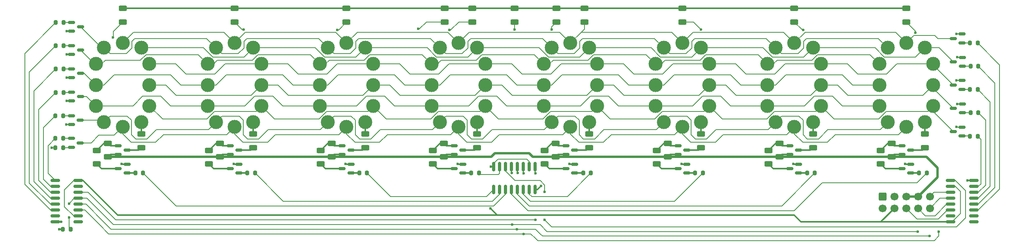
<source format=gbr>
%TF.GenerationSoftware,KiCad,Pcbnew,8.0.2*%
%TF.CreationDate,2024-05-29T18:11:17+12:00*%
%TF.ProjectId,nixie_board,6e697869-655f-4626-9f61-72642e6b6963,0.1.0*%
%TF.SameCoordinates,Original*%
%TF.FileFunction,Copper,L1,Top*%
%TF.FilePolarity,Positive*%
%FSLAX46Y46*%
G04 Gerber Fmt 4.6, Leading zero omitted, Abs format (unit mm)*
G04 Created by KiCad (PCBNEW 8.0.2) date 2024-05-29 18:11:17*
%MOMM*%
%LPD*%
G01*
G04 APERTURE LIST*
G04 Aperture macros list*
%AMRoundRect*
0 Rectangle with rounded corners*
0 $1 Rounding radius*
0 $2 $3 $4 $5 $6 $7 $8 $9 X,Y pos of 4 corners*
0 Add a 4 corners polygon primitive as box body*
4,1,4,$2,$3,$4,$5,$6,$7,$8,$9,$2,$3,0*
0 Add four circle primitives for the rounded corners*
1,1,$1+$1,$2,$3*
1,1,$1+$1,$4,$5*
1,1,$1+$1,$6,$7*
1,1,$1+$1,$8,$9*
0 Add four rect primitives between the rounded corners*
20,1,$1+$1,$2,$3,$4,$5,0*
20,1,$1+$1,$4,$5,$6,$7,0*
20,1,$1+$1,$6,$7,$8,$9,0*
20,1,$1+$1,$8,$9,$2,$3,0*%
G04 Aperture macros list end*
%TA.AperFunction,SMDPad,CuDef*%
%ADD10RoundRect,0.200000X-0.200000X-0.275000X0.200000X-0.275000X0.200000X0.275000X-0.200000X0.275000X0*%
%TD*%
%TA.AperFunction,SMDPad,CuDef*%
%ADD11RoundRect,0.200000X0.200000X0.275000X-0.200000X0.275000X-0.200000X-0.275000X0.200000X-0.275000X0*%
%TD*%
%TA.AperFunction,SMDPad,CuDef*%
%ADD12RoundRect,0.150000X-0.587500X-0.150000X0.587500X-0.150000X0.587500X0.150000X-0.587500X0.150000X0*%
%TD*%
%TA.AperFunction,SMDPad,CuDef*%
%ADD13RoundRect,0.250000X0.625000X-0.312500X0.625000X0.312500X-0.625000X0.312500X-0.625000X-0.312500X0*%
%TD*%
%TA.AperFunction,SMDPad,CuDef*%
%ADD14RoundRect,0.250000X-0.625000X0.312500X-0.625000X-0.312500X0.625000X-0.312500X0.625000X0.312500X0*%
%TD*%
%TA.AperFunction,SMDPad,CuDef*%
%ADD15RoundRect,0.150000X0.587500X0.150000X-0.587500X0.150000X-0.587500X-0.150000X0.587500X-0.150000X0*%
%TD*%
%TA.AperFunction,ComponentPad*%
%ADD16C,3.000000*%
%TD*%
%TA.AperFunction,SMDPad,CuDef*%
%ADD17RoundRect,0.150000X0.825000X0.150000X-0.825000X0.150000X-0.825000X-0.150000X0.825000X-0.150000X0*%
%TD*%
%TA.AperFunction,SMDPad,CuDef*%
%ADD18RoundRect,0.150000X0.150000X-0.825000X0.150000X0.825000X-0.150000X0.825000X-0.150000X-0.825000X0*%
%TD*%
%TA.AperFunction,SMDPad,CuDef*%
%ADD19RoundRect,0.150000X-0.825000X-0.150000X0.825000X-0.150000X0.825000X0.150000X-0.825000X0.150000X0*%
%TD*%
%TA.AperFunction,ComponentPad*%
%ADD20RoundRect,0.250000X-0.600000X0.600000X-0.600000X-0.600000X0.600000X-0.600000X0.600000X0.600000X0*%
%TD*%
%TA.AperFunction,ComponentPad*%
%ADD21C,1.700000*%
%TD*%
%TA.AperFunction,ViaPad*%
%ADD22C,0.600000*%
%TD*%
%TA.AperFunction,Conductor*%
%ADD23C,0.130000*%
%TD*%
%TA.AperFunction,Conductor*%
%ADD24C,0.300000*%
%TD*%
%TA.AperFunction,Conductor*%
%ADD25C,0.500000*%
%TD*%
G04 APERTURE END LIST*
D10*
%TO.P,R3,1*%
%TO.N,N_1*%
X54575000Y-86600000D03*
%TO.P,R3,2*%
%TO.N,/N_1_B*%
X56225000Y-86600000D03*
%TD*%
D11*
%TO.P,R32,1*%
%TO.N,A_2*%
X97387500Y-98950000D03*
%TO.P,R32,2*%
%TO.N,/Nixie_2/N_B*%
X95737500Y-98950000D03*
%TD*%
D12*
%TO.P,Q14,1,B*%
%TO.N,/Nixie_2/P_B*%
X92062500Y-93050000D03*
%TO.P,Q14,2,E*%
%TO.N,170V*%
X92062500Y-94950000D03*
%TO.P,Q14,3,C*%
%TO.N,/Nixie_2/P_C*%
X93937500Y-94000000D03*
%TD*%
D13*
%TO.P,R37,1*%
%TO.N,170V*%
X137860000Y-95462500D03*
%TO.P,R37,2*%
%TO.N,/Nixie_4/P_B*%
X137860000Y-92537500D03*
%TD*%
%TO.P,R23,1*%
%TO.N,/K_8*%
X213000000Y-66462500D03*
%TO.P,R23,2*%
%TO.N,/NIXIE_CONNECTION*%
X213000000Y-63537500D03*
%TD*%
D10*
%TO.P,R10,1*%
%TO.N,N_5*%
X54675000Y-66600000D03*
%TO.P,R10,2*%
%TO.N,/N_5_B*%
X56325000Y-66600000D03*
%TD*%
D14*
%TO.P,R50,1*%
%TO.N,/Nixie_7/P_B*%
X207490000Y-94057500D03*
%TO.P,R50,2*%
%TO.N,/Nixie_7/N_C*%
X207490000Y-96982500D03*
%TD*%
D10*
%TO.P,R9,1*%
%TO.N,N_4*%
X54675000Y-71600000D03*
%TO.P,R9,2*%
%TO.N,/N_4_B*%
X56325000Y-71600000D03*
%TD*%
D11*
%TO.P,R28,1*%
%TO.N,A_1*%
X73387500Y-98950000D03*
%TO.P,R28,2*%
%TO.N,/Nixie_1/N_B*%
X71737500Y-98950000D03*
%TD*%
D15*
%TO.P,Q15,1,B*%
%TO.N,/Nixie_2/N_B*%
X93937500Y-98950000D03*
%TO.P,Q15,2,E*%
%TO.N,GND*%
X93937500Y-97050000D03*
%TO.P,Q15,3,C*%
%TO.N,/Nixie_2/N_C*%
X92062500Y-98000000D03*
%TD*%
D13*
%TO.P,R17,1*%
%TO.N,/K_5*%
X162000000Y-66462500D03*
%TO.P,R17,2*%
%TO.N,/NIXIE_CONNECTION*%
X162000000Y-63537500D03*
%TD*%
%TO.P,R33,1*%
%TO.N,170V*%
X113860000Y-95462500D03*
%TO.P,R33,2*%
%TO.N,/Nixie_3/P_B*%
X113860000Y-92537500D03*
%TD*%
D16*
%TO.P,N1,1,Anode*%
%TO.N,/Nixie_1/NIXIE_ANODE*%
X73000000Y-88000000D03*
%TO.P,N1,2,0*%
%TO.N,/K_0*%
X74750000Y-84500000D03*
%TO.P,N1,3,9*%
%TO.N,/K_9*%
X74750000Y-80000000D03*
%TO.P,N1,4,8*%
%TO.N,/K_8*%
X74750000Y-75500000D03*
%TO.P,N1,5,7*%
%TO.N,/K_7*%
X73000000Y-72000000D03*
%TO.P,N1,6,6*%
%TO.N,/K_6*%
X69000000Y-71000000D03*
%TO.P,N1,7,5*%
%TO.N,/K_5*%
X65000000Y-72000000D03*
%TO.P,N1,8,4*%
%TO.N,/K_4*%
X63250000Y-75500000D03*
%TO.P,N1,9,3*%
%TO.N,/K_3*%
X63250000Y-80000000D03*
%TO.P,N1,10,2*%
%TO.N,/K_2*%
X63250000Y-84500000D03*
%TO.P,N1,11,1*%
%TO.N,/K_1*%
X65000000Y-88000000D03*
%TO.P,N1,12,DP*%
%TO.N,/K_10*%
X69000000Y-89000000D03*
%TD*%
D14*
%TO.P,R26,1*%
%TO.N,/Nixie_1/P_B*%
X63490000Y-94057500D03*
%TO.P,R26,2*%
%TO.N,/Nixie_1/N_C*%
X63490000Y-96982500D03*
%TD*%
D17*
%TO.P,U1,1,QB*%
%TO.N,unconnected-(U1-QB-Pad1)*%
X251475000Y-109445000D03*
%TO.P,U1,2,QC*%
%TO.N,unconnected-(U1-QC-Pad2)*%
X251475000Y-108175000D03*
%TO.P,U1,3,QD*%
%TO.N,N_6*%
X251475000Y-106905000D03*
%TO.P,U1,4,QE*%
%TO.N,N_7*%
X251475000Y-105635000D03*
%TO.P,U1,5,QF*%
%TO.N,N_8*%
X251475000Y-104365000D03*
%TO.P,U1,6,QG*%
%TO.N,N_9*%
X251475000Y-103095000D03*
%TO.P,U1,7,QH*%
%TO.N,N_0*%
X251475000Y-101825000D03*
%TO.P,U1,8,GND*%
%TO.N,GND*%
X251475000Y-100555000D03*
%TO.P,U1,9,QH'*%
%TO.N,/SER_CHAIN_1*%
X246525000Y-100555000D03*
%TO.P,U1,10,~{SRCLR}*%
%TO.N,+3V3*%
X246525000Y-101825000D03*
%TO.P,U1,11,SRCLK*%
%TO.N,CLK*%
X246525000Y-103095000D03*
%TO.P,U1,12,RCLK*%
%TO.N,LATCH*%
X246525000Y-104365000D03*
%TO.P,U1,13,~{OE}*%
%TO.N,OE*%
X246525000Y-105635000D03*
%TO.P,U1,14,SER*%
%TO.N,SER*%
X246525000Y-106905000D03*
%TO.P,U1,15,QA*%
%TO.N,unconnected-(U1-QA-Pad15)*%
X246525000Y-108175000D03*
%TO.P,U1,16,VCC*%
%TO.N,+3V3*%
X246525000Y-109445000D03*
%TD*%
D14*
%TO.P,R54,1*%
%TO.N,/Nixie_8/P_B*%
X231490000Y-94057500D03*
%TO.P,R54,2*%
%TO.N,/Nixie_8/N_C*%
X231490000Y-96982500D03*
%TD*%
D13*
%TO.P,R51,1*%
%TO.N,/Nixie_7/P_C*%
X217000000Y-93462500D03*
%TO.P,R51,2*%
%TO.N,/Nixie_7/NIXIE_ANODE*%
X217000000Y-90537500D03*
%TD*%
D12*
%TO.P,Q18,1,B*%
%TO.N,/Nixie_4/P_B*%
X140062500Y-93050000D03*
%TO.P,Q18,2,E*%
%TO.N,170V*%
X140062500Y-94950000D03*
%TO.P,Q18,3,C*%
%TO.N,/Nixie_4/P_C*%
X141937500Y-94000000D03*
%TD*%
D13*
%TO.P,R53,1*%
%TO.N,170V*%
X233860000Y-95462500D03*
%TO.P,R53,2*%
%TO.N,/Nixie_8/P_B*%
X233860000Y-92537500D03*
%TD*%
D12*
%TO.P,Q2,1,B*%
%TO.N,/N_1_B*%
X58000000Y-86600000D03*
%TO.P,Q2,2,E*%
%TO.N,GND*%
X58000000Y-88500000D03*
%TO.P,Q2,3,C*%
%TO.N,/K_1*%
X59875000Y-87550000D03*
%TD*%
%TO.P,Q11,1,B*%
%TO.N,/N_DP_B*%
X58000000Y-91500000D03*
%TO.P,Q11,2,E*%
%TO.N,/N_DP_E*%
X58000000Y-93400000D03*
%TO.P,Q11,3,C*%
%TO.N,/K_10*%
X59875000Y-92450000D03*
%TD*%
D13*
%TO.P,R21,1*%
%TO.N,/K_7*%
X189000000Y-66462500D03*
%TO.P,R21,2*%
%TO.N,/NIXIE_CONNECTION*%
X189000000Y-63537500D03*
%TD*%
D10*
%TO.P,R4,1*%
%TO.N,N_2*%
X54675000Y-81600000D03*
%TO.P,R4,2*%
%TO.N,/N_2_B*%
X56325000Y-81600000D03*
%TD*%
D13*
%TO.P,R55,1*%
%TO.N,/Nixie_8/P_C*%
X241000000Y-93462500D03*
%TO.P,R55,2*%
%TO.N,/Nixie_8/NIXIE_ANODE*%
X241000000Y-90537500D03*
%TD*%
D12*
%TO.P,Q22,1,B*%
%TO.N,/Nixie_6/P_B*%
X188062500Y-93050000D03*
%TO.P,Q22,2,E*%
%TO.N,170V*%
X188062500Y-94950000D03*
%TO.P,Q22,3,C*%
%TO.N,/Nixie_6/P_C*%
X189937500Y-94000000D03*
%TD*%
D16*
%TO.P,N8,1,Anode*%
%TO.N,/Nixie_8/NIXIE_ANODE*%
X241000000Y-88000000D03*
%TO.P,N8,2,0*%
%TO.N,/K_0*%
X242750000Y-84500000D03*
%TO.P,N8,3,9*%
%TO.N,/K_9*%
X242750000Y-80000000D03*
%TO.P,N8,4,8*%
%TO.N,/K_8*%
X242750000Y-75500000D03*
%TO.P,N8,5,7*%
%TO.N,/K_7*%
X241000000Y-72000000D03*
%TO.P,N8,6,6*%
%TO.N,/K_6*%
X237000000Y-71000000D03*
%TO.P,N8,7,5*%
%TO.N,/K_5*%
X233000000Y-72000000D03*
%TO.P,N8,8,4*%
%TO.N,/K_4*%
X231250000Y-75500000D03*
%TO.P,N8,9,3*%
%TO.N,/K_3*%
X231250000Y-80000000D03*
%TO.P,N8,10,2*%
%TO.N,/K_2*%
X231250000Y-84500000D03*
%TO.P,N8,11,1*%
%TO.N,/K_1*%
X233000000Y-88000000D03*
%TO.P,N8,12,DP*%
%TO.N,/K_10*%
X237000000Y-89000000D03*
%TD*%
%TO.P,N2,1,Anode*%
%TO.N,/Nixie_2/NIXIE_ANODE*%
X97000000Y-88000000D03*
%TO.P,N2,2,0*%
%TO.N,/K_0*%
X98750000Y-84500000D03*
%TO.P,N2,3,9*%
%TO.N,/K_9*%
X98750000Y-80000000D03*
%TO.P,N2,4,8*%
%TO.N,/K_8*%
X98750000Y-75500000D03*
%TO.P,N2,5,7*%
%TO.N,/K_7*%
X97000000Y-72000000D03*
%TO.P,N2,6,6*%
%TO.N,/K_6*%
X93000000Y-71000000D03*
%TO.P,N2,7,5*%
%TO.N,/K_5*%
X89000000Y-72000000D03*
%TO.P,N2,8,4*%
%TO.N,/K_4*%
X87250000Y-75500000D03*
%TO.P,N2,9,3*%
%TO.N,/K_3*%
X87250000Y-80000000D03*
%TO.P,N2,10,2*%
%TO.N,/K_2*%
X87250000Y-84500000D03*
%TO.P,N2,11,1*%
%TO.N,/K_1*%
X89000000Y-88000000D03*
%TO.P,N2,12,DP*%
%TO.N,/K_10*%
X93000000Y-89000000D03*
%TD*%
D13*
%TO.P,R31,1*%
%TO.N,/Nixie_2/P_C*%
X97000000Y-93462500D03*
%TO.P,R31,2*%
%TO.N,/Nixie_2/NIXIE_ANODE*%
X97000000Y-90537500D03*
%TD*%
D16*
%TO.P,N3,1,Anode*%
%TO.N,/Nixie_3/NIXIE_ANODE*%
X121000000Y-88000000D03*
%TO.P,N3,2,0*%
%TO.N,/K_0*%
X122750000Y-84500000D03*
%TO.P,N3,3,9*%
%TO.N,/K_9*%
X122750000Y-80000000D03*
%TO.P,N3,4,8*%
%TO.N,/K_8*%
X122750000Y-75500000D03*
%TO.P,N3,5,7*%
%TO.N,/K_7*%
X121000000Y-72000000D03*
%TO.P,N3,6,6*%
%TO.N,/K_6*%
X117000000Y-71000000D03*
%TO.P,N3,7,5*%
%TO.N,/K_5*%
X113000000Y-72000000D03*
%TO.P,N3,8,4*%
%TO.N,/K_4*%
X111250000Y-75500000D03*
%TO.P,N3,9,3*%
%TO.N,/K_3*%
X111250000Y-80000000D03*
%TO.P,N3,10,2*%
%TO.N,/K_2*%
X111250000Y-84500000D03*
%TO.P,N3,11,1*%
%TO.N,/K_1*%
X113000000Y-88000000D03*
%TO.P,N3,12,DP*%
%TO.N,/K_10*%
X117000000Y-89000000D03*
%TD*%
D15*
%TO.P,Q21,1,B*%
%TO.N,/Nixie_5/N_B*%
X165937500Y-98950000D03*
%TO.P,Q21,2,E*%
%TO.N,GND*%
X165937500Y-97050000D03*
%TO.P,Q21,3,C*%
%TO.N,/Nixie_5/N_C*%
X164062500Y-98000000D03*
%TD*%
D13*
%TO.P,R41,1*%
%TO.N,170V*%
X161860000Y-95462500D03*
%TO.P,R41,2*%
%TO.N,/Nixie_5/P_B*%
X161860000Y-92537500D03*
%TD*%
D16*
%TO.P,N4,1,Anode*%
%TO.N,/Nixie_4/NIXIE_ANODE*%
X145000000Y-88000000D03*
%TO.P,N4,2,0*%
%TO.N,/K_0*%
X146750000Y-84500000D03*
%TO.P,N4,3,9*%
%TO.N,/K_9*%
X146750000Y-80000000D03*
%TO.P,N4,4,8*%
%TO.N,/K_8*%
X146750000Y-75500000D03*
%TO.P,N4,5,7*%
%TO.N,/K_7*%
X145000000Y-72000000D03*
%TO.P,N4,6,6*%
%TO.N,/K_6*%
X141000000Y-71000000D03*
%TO.P,N4,7,5*%
%TO.N,/K_5*%
X137000000Y-72000000D03*
%TO.P,N4,8,4*%
%TO.N,/K_4*%
X135250000Y-75500000D03*
%TO.P,N4,9,3*%
%TO.N,/K_3*%
X135250000Y-80000000D03*
%TO.P,N4,10,2*%
%TO.N,/K_2*%
X135250000Y-84500000D03*
%TO.P,N4,11,1*%
%TO.N,/K_1*%
X137000000Y-88000000D03*
%TO.P,N4,12,DP*%
%TO.N,/K_10*%
X141000000Y-89000000D03*
%TD*%
D11*
%TO.P,R52,1*%
%TO.N,A_7*%
X217387500Y-98950000D03*
%TO.P,R52,2*%
%TO.N,/Nixie_7/N_B*%
X215737500Y-98950000D03*
%TD*%
D10*
%TO.P,R8,1*%
%TO.N,N_3*%
X54675000Y-76600000D03*
%TO.P,R8,2*%
%TO.N,/N_3_B*%
X56325000Y-76600000D03*
%TD*%
D12*
%TO.P,Q4,1,B*%
%TO.N,/N_3_B*%
X58062500Y-76550000D03*
%TO.P,Q4,2,E*%
%TO.N,GND*%
X58062500Y-78450000D03*
%TO.P,Q4,3,C*%
%TO.N,/K_3*%
X59937500Y-77500000D03*
%TD*%
D13*
%TO.P,R16,1*%
%TO.N,/K_4*%
X153000000Y-66462500D03*
%TO.P,R16,2*%
%TO.N,/NIXIE_CONNECTION*%
X153000000Y-63537500D03*
%TD*%
D15*
%TO.P,Q19,1,B*%
%TO.N,/Nixie_4/N_B*%
X141937500Y-98950000D03*
%TO.P,Q19,2,E*%
%TO.N,GND*%
X141937500Y-97050000D03*
%TO.P,Q19,3,C*%
%TO.N,/Nixie_4/N_C*%
X140062500Y-98000000D03*
%TD*%
%TO.P,Q23,1,B*%
%TO.N,/Nixie_6/N_B*%
X189937500Y-98950000D03*
%TO.P,Q23,2,E*%
%TO.N,GND*%
X189937500Y-97050000D03*
%TO.P,Q23,3,C*%
%TO.N,/Nixie_6/N_C*%
X188062500Y-98000000D03*
%TD*%
D14*
%TO.P,R38,1*%
%TO.N,/Nixie_4/P_B*%
X135490000Y-94057500D03*
%TO.P,R38,2*%
%TO.N,/Nixie_4/N_C*%
X135490000Y-96982500D03*
%TD*%
D13*
%TO.P,R18,1*%
%TO.N,/K_6*%
X168000000Y-66462500D03*
%TO.P,R18,2*%
%TO.N,/NIXIE_CONNECTION*%
X168000000Y-63537500D03*
%TD*%
D11*
%TO.P,R44,1*%
%TO.N,A_5*%
X169387500Y-98950000D03*
%TO.P,R44,2*%
%TO.N,/Nixie_5/N_B*%
X167737500Y-98950000D03*
%TD*%
D18*
%TO.P,U2,1,QB*%
%TO.N,A_3*%
X148555000Y-102475000D03*
%TO.P,U2,2,QC*%
%TO.N,A_2*%
X149825000Y-102475000D03*
%TO.P,U2,3,QD*%
%TO.N,A_1*%
X151095000Y-102475000D03*
%TO.P,U2,4,QE*%
%TO.N,A_8*%
X152365000Y-102475000D03*
%TO.P,U2,5,QF*%
%TO.N,A_7*%
X153635000Y-102475000D03*
%TO.P,U2,6,QG*%
%TO.N,A_6*%
X154905000Y-102475000D03*
%TO.P,U2,7,QH*%
%TO.N,A_5*%
X156175000Y-102475000D03*
%TO.P,U2,8,GND*%
%TO.N,GND*%
X157445000Y-102475000D03*
%TO.P,U2,9,QH'*%
%TO.N,/SER_CHAIN_2*%
X157445000Y-97525000D03*
%TO.P,U2,10,~{SRCLR}*%
%TO.N,+3V3*%
X156175000Y-97525000D03*
%TO.P,U2,11,SRCLK*%
%TO.N,CLK*%
X154905000Y-97525000D03*
%TO.P,U2,12,RCLK*%
%TO.N,LATCH*%
X153635000Y-97525000D03*
%TO.P,U2,13,~{OE}*%
%TO.N,OE*%
X152365000Y-97525000D03*
%TO.P,U2,14,SER*%
%TO.N,/SER_CHAIN_1*%
X151095000Y-97525000D03*
%TO.P,U2,15,QA*%
%TO.N,A_4*%
X149825000Y-97525000D03*
%TO.P,U2,16,VCC*%
%TO.N,+3V3*%
X148555000Y-97525000D03*
%TD*%
D13*
%TO.P,R27,1*%
%TO.N,/Nixie_1/P_C*%
X73000000Y-93462500D03*
%TO.P,R27,2*%
%TO.N,/Nixie_1/NIXIE_ANODE*%
X73000000Y-90537500D03*
%TD*%
D11*
%TO.P,R15,1*%
%TO.N,N_8*%
X252325000Y-81000000D03*
%TO.P,R15,2*%
%TO.N,/N_8_B*%
X250675000Y-81000000D03*
%TD*%
%TO.P,R2,1*%
%TO.N,N_0*%
X252325000Y-91000000D03*
%TO.P,R2,2*%
%TO.N,/N_0_B*%
X250675000Y-91000000D03*
%TD*%
D13*
%TO.P,R47,1*%
%TO.N,/Nixie_6/P_C*%
X193000000Y-93462500D03*
%TO.P,R47,2*%
%TO.N,/Nixie_6/NIXIE_ANODE*%
X193000000Y-90537500D03*
%TD*%
D15*
%TO.P,Q17,1,B*%
%TO.N,/Nixie_3/N_B*%
X117937500Y-98950000D03*
%TO.P,Q17,2,E*%
%TO.N,GND*%
X117937500Y-97050000D03*
%TO.P,Q17,3,C*%
%TO.N,/Nixie_3/N_C*%
X116062500Y-98000000D03*
%TD*%
D12*
%TO.P,Q16,1,B*%
%TO.N,/Nixie_3/P_B*%
X116062500Y-93050000D03*
%TO.P,Q16,2,E*%
%TO.N,170V*%
X116062500Y-94950000D03*
%TO.P,Q16,3,C*%
%TO.N,/Nixie_3/P_C*%
X117937500Y-94000000D03*
%TD*%
D11*
%TO.P,R13,1*%
%TO.N,N_6*%
X252325000Y-71000000D03*
%TO.P,R13,2*%
%TO.N,/N_6_B*%
X250675000Y-71000000D03*
%TD*%
D13*
%TO.P,R7,1*%
%TO.N,/K_1*%
X117000000Y-66462500D03*
%TO.P,R7,2*%
%TO.N,/NIXIE_CONNECTION*%
X117000000Y-63537500D03*
%TD*%
D11*
%TO.P,R19,1*%
%TO.N,N_9*%
X252425000Y-86000000D03*
%TO.P,R19,2*%
%TO.N,/N_9_B*%
X250775000Y-86000000D03*
%TD*%
D13*
%TO.P,R25,1*%
%TO.N,170V*%
X65860000Y-95462500D03*
%TO.P,R25,2*%
%TO.N,/Nixie_1/P_B*%
X65860000Y-92537500D03*
%TD*%
D11*
%TO.P,R40,1*%
%TO.N,A_4*%
X145387500Y-98950000D03*
%TO.P,R40,2*%
%TO.N,/Nixie_4/N_B*%
X143737500Y-98950000D03*
%TD*%
%TO.P,R36,1*%
%TO.N,A_3*%
X121387500Y-98950000D03*
%TO.P,R36,2*%
%TO.N,/Nixie_3/N_B*%
X119737500Y-98950000D03*
%TD*%
D13*
%TO.P,R49,1*%
%TO.N,170V*%
X209860000Y-95462500D03*
%TO.P,R49,2*%
%TO.N,/Nixie_7/P_B*%
X209860000Y-92537500D03*
%TD*%
D12*
%TO.P,Q26,1,B*%
%TO.N,/Nixie_8/P_B*%
X236062500Y-93050000D03*
%TO.P,Q26,2,E*%
%TO.N,170V*%
X236062500Y-94950000D03*
%TO.P,Q26,3,C*%
%TO.N,/Nixie_8/P_C*%
X237937500Y-94000000D03*
%TD*%
D11*
%TO.P,R1,1*%
%TO.N,OE*%
X57825000Y-111000000D03*
%TO.P,R1,2*%
%TO.N,GND*%
X56175000Y-111000000D03*
%TD*%
D12*
%TO.P,Q3,1,B*%
%TO.N,/N_2_B*%
X58062500Y-81550000D03*
%TO.P,Q3,2,E*%
%TO.N,GND*%
X58062500Y-83450000D03*
%TO.P,Q3,3,C*%
%TO.N,/K_2*%
X59937500Y-82500000D03*
%TD*%
D13*
%TO.P,R12,1*%
%TO.N,/K_3*%
X144000000Y-66462500D03*
%TO.P,R12,2*%
%TO.N,/NIXIE_CONNECTION*%
X144000000Y-63537500D03*
%TD*%
D10*
%TO.P,R20,1*%
%TO.N,N_DP*%
X54575000Y-91500000D03*
%TO.P,R20,2*%
%TO.N,/N_DP_B*%
X56225000Y-91500000D03*
%TD*%
D13*
%TO.P,R39,1*%
%TO.N,/Nixie_4/P_C*%
X145000000Y-93462500D03*
%TO.P,R39,2*%
%TO.N,/Nixie_4/NIXIE_ANODE*%
X145000000Y-90537500D03*
%TD*%
D12*
%TO.P,Q20,1,B*%
%TO.N,/Nixie_5/P_B*%
X164062500Y-93050000D03*
%TO.P,Q20,2,E*%
%TO.N,170V*%
X164062500Y-94950000D03*
%TO.P,Q20,3,C*%
%TO.N,/Nixie_5/P_C*%
X165937500Y-94000000D03*
%TD*%
D11*
%TO.P,R56,1*%
%TO.N,A_8*%
X241387500Y-98950000D03*
%TO.P,R56,2*%
%TO.N,/Nixie_8/N_B*%
X239737500Y-98950000D03*
%TD*%
D16*
%TO.P,N7,1,Anode*%
%TO.N,/Nixie_7/NIXIE_ANODE*%
X217000000Y-88000000D03*
%TO.P,N7,2,0*%
%TO.N,/K_0*%
X218750000Y-84500000D03*
%TO.P,N7,3,9*%
%TO.N,/K_9*%
X218750000Y-80000000D03*
%TO.P,N7,4,8*%
%TO.N,/K_8*%
X218750000Y-75500000D03*
%TO.P,N7,5,7*%
%TO.N,/K_7*%
X217000000Y-72000000D03*
%TO.P,N7,6,6*%
%TO.N,/K_6*%
X213000000Y-71000000D03*
%TO.P,N7,7,5*%
%TO.N,/K_5*%
X209000000Y-72000000D03*
%TO.P,N7,8,4*%
%TO.N,/K_4*%
X207250000Y-75500000D03*
%TO.P,N7,9,3*%
%TO.N,/K_3*%
X207250000Y-80000000D03*
%TO.P,N7,10,2*%
%TO.N,/K_2*%
X207250000Y-84500000D03*
%TO.P,N7,11,1*%
%TO.N,/K_1*%
X209000000Y-88000000D03*
%TO.P,N7,12,DP*%
%TO.N,/K_10*%
X213000000Y-89000000D03*
%TD*%
D15*
%TO.P,Q9,1,B*%
%TO.N,/N_8_B*%
X248937500Y-80950000D03*
%TO.P,Q9,2,E*%
%TO.N,GND*%
X248937500Y-79050000D03*
%TO.P,Q9,3,C*%
%TO.N,/K_8*%
X247062500Y-80000000D03*
%TD*%
%TO.P,Q8,1,B*%
%TO.N,/N_7_B*%
X249000000Y-76000000D03*
%TO.P,Q8,2,E*%
%TO.N,GND*%
X249000000Y-74100000D03*
%TO.P,Q8,3,C*%
%TO.N,/K_7*%
X247125000Y-75050000D03*
%TD*%
D14*
%TO.P,R30,1*%
%TO.N,/Nixie_2/P_B*%
X87490000Y-94057500D03*
%TO.P,R30,2*%
%TO.N,/Nixie_2/N_C*%
X87490000Y-96982500D03*
%TD*%
%TO.P,R34,1*%
%TO.N,/Nixie_3/P_B*%
X111490000Y-94057500D03*
%TO.P,R34,2*%
%TO.N,/Nixie_3/N_C*%
X111490000Y-96982500D03*
%TD*%
D16*
%TO.P,N5,1,Anode*%
%TO.N,/Nixie_5/NIXIE_ANODE*%
X169000000Y-88000000D03*
%TO.P,N5,2,0*%
%TO.N,/K_0*%
X170750000Y-84500000D03*
%TO.P,N5,3,9*%
%TO.N,/K_9*%
X170750000Y-80000000D03*
%TO.P,N5,4,8*%
%TO.N,/K_8*%
X170750000Y-75500000D03*
%TO.P,N5,5,7*%
%TO.N,/K_7*%
X169000000Y-72000000D03*
%TO.P,N5,6,6*%
%TO.N,/K_6*%
X165000000Y-71000000D03*
%TO.P,N5,7,5*%
%TO.N,/K_5*%
X161000000Y-72000000D03*
%TO.P,N5,8,4*%
%TO.N,/K_4*%
X159250000Y-75500000D03*
%TO.P,N5,9,3*%
%TO.N,/K_3*%
X159250000Y-80000000D03*
%TO.P,N5,10,2*%
%TO.N,/K_2*%
X159250000Y-84500000D03*
%TO.P,N5,11,1*%
%TO.N,/K_1*%
X161000000Y-88000000D03*
%TO.P,N5,12,DP*%
%TO.N,/K_10*%
X165000000Y-89000000D03*
%TD*%
D13*
%TO.P,R43,1*%
%TO.N,/Nixie_5/P_C*%
X169000000Y-93462500D03*
%TO.P,R43,2*%
%TO.N,/Nixie_5/NIXIE_ANODE*%
X169000000Y-90537500D03*
%TD*%
D12*
%TO.P,Q12,1,B*%
%TO.N,/Nixie_1/P_B*%
X68062500Y-93050000D03*
%TO.P,Q12,2,E*%
%TO.N,170V*%
X68062500Y-94950000D03*
%TO.P,Q12,3,C*%
%TO.N,/Nixie_1/P_C*%
X69937500Y-94000000D03*
%TD*%
%TO.P,Q6,1,B*%
%TO.N,/N_5_B*%
X58062500Y-66550000D03*
%TO.P,Q6,2,E*%
%TO.N,GND*%
X58062500Y-68450000D03*
%TO.P,Q6,3,C*%
%TO.N,/K_5*%
X59937500Y-67500000D03*
%TD*%
D13*
%TO.P,R35,1*%
%TO.N,/Nixie_3/P_C*%
X121000000Y-93462500D03*
%TO.P,R35,2*%
%TO.N,/Nixie_3/NIXIE_ANODE*%
X121000000Y-90537500D03*
%TD*%
D15*
%TO.P,Q25,1,B*%
%TO.N,/Nixie_7/N_B*%
X213937500Y-98950000D03*
%TO.P,Q25,2,E*%
%TO.N,GND*%
X213937500Y-97050000D03*
%TO.P,Q25,3,C*%
%TO.N,/Nixie_7/N_C*%
X212062500Y-98000000D03*
%TD*%
D11*
%TO.P,R48,1*%
%TO.N,A_6*%
X193387500Y-98950000D03*
%TO.P,R48,2*%
%TO.N,/Nixie_6/N_B*%
X191737500Y-98950000D03*
%TD*%
D15*
%TO.P,Q7,1,B*%
%TO.N,/N_6_B*%
X248937500Y-70950000D03*
%TO.P,Q7,2,E*%
%TO.N,GND*%
X248937500Y-69050000D03*
%TO.P,Q7,3,C*%
%TO.N,/K_6*%
X247062500Y-70000000D03*
%TD*%
%TO.P,Q13,1,B*%
%TO.N,/Nixie_1/N_B*%
X69937500Y-98950000D03*
%TO.P,Q13,2,E*%
%TO.N,GND*%
X69937500Y-97050000D03*
%TO.P,Q13,3,C*%
%TO.N,/Nixie_1/N_C*%
X68062500Y-98000000D03*
%TD*%
D11*
%TO.P,R22,1*%
%TO.N,/N_DP_E*%
X56225000Y-93500000D03*
%TO.P,R22,2*%
%TO.N,GND*%
X54575000Y-93500000D03*
%TD*%
D13*
%TO.P,R5,1*%
%TO.N,/K_10*%
X69000000Y-66462500D03*
%TO.P,R5,2*%
%TO.N,/NIXIE_CONNECTION*%
X69000000Y-63537500D03*
%TD*%
%TO.P,R24,1*%
%TO.N,/K_9*%
X237000000Y-66462500D03*
%TO.P,R24,2*%
%TO.N,/NIXIE_CONNECTION*%
X237000000Y-63537500D03*
%TD*%
%TO.P,R11,1*%
%TO.N,/K_2*%
X138000000Y-66462500D03*
%TO.P,R11,2*%
%TO.N,/NIXIE_CONNECTION*%
X138000000Y-63537500D03*
%TD*%
D12*
%TO.P,Q5,1,B*%
%TO.N,/N_4_B*%
X58062500Y-71550000D03*
%TO.P,Q5,2,E*%
%TO.N,GND*%
X58062500Y-73450000D03*
%TO.P,Q5,3,C*%
%TO.N,/K_4*%
X59937500Y-72500000D03*
%TD*%
D15*
%TO.P,Q10,1,B*%
%TO.N,/N_9_B*%
X249000000Y-86000000D03*
%TO.P,Q10,2,E*%
%TO.N,GND*%
X249000000Y-84100000D03*
%TO.P,Q10,3,C*%
%TO.N,/K_9*%
X247125000Y-85050000D03*
%TD*%
D13*
%TO.P,R45,1*%
%TO.N,170V*%
X185860000Y-95462500D03*
%TO.P,R45,2*%
%TO.N,/Nixie_6/P_B*%
X185860000Y-92537500D03*
%TD*%
D15*
%TO.P,Q1,1,B*%
%TO.N,/N_0_B*%
X248937500Y-90950000D03*
%TO.P,Q1,2,E*%
%TO.N,GND*%
X248937500Y-89050000D03*
%TO.P,Q1,3,C*%
%TO.N,/K_0*%
X247062500Y-90000000D03*
%TD*%
D19*
%TO.P,U3,1,QB*%
%TO.N,N_DP*%
X54525000Y-100555000D03*
%TO.P,U3,2,QC*%
%TO.N,N_1*%
X54525000Y-101825000D03*
%TO.P,U3,3,QD*%
%TO.N,N_2*%
X54525000Y-103095000D03*
%TO.P,U3,4,QE*%
%TO.N,N_3*%
X54525000Y-104365000D03*
%TO.P,U3,5,QF*%
%TO.N,N_4*%
X54525000Y-105635000D03*
%TO.P,U3,6,QG*%
%TO.N,N_5*%
X54525000Y-106905000D03*
%TO.P,U3,7,QH*%
%TO.N,unconnected-(U3-QH-Pad7)*%
X54525000Y-108175000D03*
%TO.P,U3,8,GND*%
%TO.N,GND*%
X54525000Y-109445000D03*
%TO.P,U3,9,QH'*%
%TO.N,unconnected-(U3-QH'-Pad9)*%
X59475000Y-109445000D03*
%TO.P,U3,10,~{SRCLR}*%
%TO.N,+3V3*%
X59475000Y-108175000D03*
%TO.P,U3,11,SRCLK*%
%TO.N,CLK*%
X59475000Y-106905000D03*
%TO.P,U3,12,RCLK*%
%TO.N,LATCH*%
X59475000Y-105635000D03*
%TO.P,U3,13,~{OE}*%
%TO.N,OE*%
X59475000Y-104365000D03*
%TO.P,U3,14,SER*%
%TO.N,/SER_CHAIN_2*%
X59475000Y-103095000D03*
%TO.P,U3,15,QA*%
%TO.N,unconnected-(U3-QA-Pad15)*%
X59475000Y-101825000D03*
%TO.P,U3,16,VCC*%
%TO.N,+3V3*%
X59475000Y-100555000D03*
%TD*%
D15*
%TO.P,Q27,1,B*%
%TO.N,/Nixie_8/N_B*%
X237937500Y-98950000D03*
%TO.P,Q27,2,E*%
%TO.N,GND*%
X237937500Y-97050000D03*
%TO.P,Q27,3,C*%
%TO.N,/Nixie_8/N_C*%
X236062500Y-98000000D03*
%TD*%
D13*
%TO.P,R29,1*%
%TO.N,170V*%
X89860000Y-95462500D03*
%TO.P,R29,2*%
%TO.N,/Nixie_2/P_B*%
X89860000Y-92537500D03*
%TD*%
D12*
%TO.P,Q24,1,B*%
%TO.N,/Nixie_7/P_B*%
X212062500Y-93050000D03*
%TO.P,Q24,2,E*%
%TO.N,170V*%
X212062500Y-94950000D03*
%TO.P,Q24,3,C*%
%TO.N,/Nixie_7/P_C*%
X213937500Y-94000000D03*
%TD*%
D13*
%TO.P,R6,1*%
%TO.N,/K_0*%
X93000000Y-66462500D03*
%TO.P,R6,2*%
%TO.N,/NIXIE_CONNECTION*%
X93000000Y-63537500D03*
%TD*%
D16*
%TO.P,N6,1,Anode*%
%TO.N,/Nixie_6/NIXIE_ANODE*%
X193000000Y-88000000D03*
%TO.P,N6,2,0*%
%TO.N,/K_0*%
X194750000Y-84500000D03*
%TO.P,N6,3,9*%
%TO.N,/K_9*%
X194750000Y-80000000D03*
%TO.P,N6,4,8*%
%TO.N,/K_8*%
X194750000Y-75500000D03*
%TO.P,N6,5,7*%
%TO.N,/K_7*%
X193000000Y-72000000D03*
%TO.P,N6,6,6*%
%TO.N,/K_6*%
X189000000Y-71000000D03*
%TO.P,N6,7,5*%
%TO.N,/K_5*%
X185000000Y-72000000D03*
%TO.P,N6,8,4*%
%TO.N,/K_4*%
X183250000Y-75500000D03*
%TO.P,N6,9,3*%
%TO.N,/K_3*%
X183250000Y-80000000D03*
%TO.P,N6,10,2*%
%TO.N,/K_2*%
X183250000Y-84500000D03*
%TO.P,N6,11,1*%
%TO.N,/K_1*%
X185000000Y-88000000D03*
%TO.P,N6,12,DP*%
%TO.N,/K_10*%
X189000000Y-89000000D03*
%TD*%
D14*
%TO.P,R46,1*%
%TO.N,/Nixie_6/P_B*%
X183490000Y-94057500D03*
%TO.P,R46,2*%
%TO.N,/Nixie_6/N_C*%
X183490000Y-96982500D03*
%TD*%
%TO.P,R42,1*%
%TO.N,/Nixie_5/P_B*%
X159490000Y-94057500D03*
%TO.P,R42,2*%
%TO.N,/Nixie_5/N_C*%
X159490000Y-96982500D03*
%TD*%
D11*
%TO.P,R14,1*%
%TO.N,N_7*%
X252425000Y-76000000D03*
%TO.P,R14,2*%
%TO.N,/N_7_B*%
X250775000Y-76000000D03*
%TD*%
D20*
%TO.P,J1,1,Pin_1*%
%TO.N,GND*%
X231920000Y-104000000D03*
D21*
%TO.P,J1,2,Pin_2*%
X231920000Y-106540000D03*
%TO.P,J1,3,Pin_3*%
X234460000Y-104000000D03*
%TO.P,J1,4,Pin_4*%
%TO.N,+3V3*%
X234460000Y-106540000D03*
%TO.P,J1,5,Pin_5*%
%TO.N,170V*%
X237000000Y-104000000D03*
%TO.P,J1,6,Pin_6*%
%TO.N,SER*%
X237000000Y-106540000D03*
%TO.P,J1,7,Pin_7*%
%TO.N,170V*%
X239540000Y-104000000D03*
%TO.P,J1,8,Pin_8*%
%TO.N,OE*%
X239540000Y-106540000D03*
%TO.P,J1,9,Pin_9*%
%TO.N,CLK*%
X242080000Y-104000000D03*
%TO.P,J1,10,Pin_10*%
%TO.N,LATCH*%
X242080000Y-106540000D03*
%TD*%
D22*
%TO.N,OE*%
X57500000Y-108500000D03*
X152400000Y-98900000D03*
X152500000Y-110000000D03*
X57500000Y-105500000D03*
X239500000Y-111500000D03*
%TO.N,CLK*%
X244000000Y-111500000D03*
X155000000Y-112000000D03*
X155000000Y-99000000D03*
%TO.N,LATCH*%
X153500000Y-111000000D03*
X153700000Y-98900000D03*
X242000000Y-112500000D03*
%TO.N,/K_3*%
X139020000Y-68200000D03*
%TO.N,/K_9*%
X239000000Y-68730000D03*
%TO.N,/K_7*%
X193000000Y-68060000D03*
%TO.N,/K_5*%
X161000000Y-68080000D03*
%TO.N,/K_1*%
X115030000Y-68150000D03*
%TO.N,/K_8*%
X214960000Y-68210000D03*
%TO.N,/K_10*%
X66920000Y-69770000D03*
%TO.N,/K_4*%
X153000000Y-68135000D03*
%TO.N,/K_0*%
X94950000Y-68060000D03*
%TO.N,/K_2*%
X132340000Y-67940000D03*
%TO.N,GND*%
X57000000Y-73400000D03*
X247800000Y-79000000D03*
X56900000Y-88500000D03*
X140800000Y-97000000D03*
X158700000Y-101700000D03*
X212800000Y-97000000D03*
X57000000Y-83400000D03*
X164800000Y-97000000D03*
X188800000Y-97000000D03*
X57000000Y-78400000D03*
X247800000Y-69000000D03*
X55800000Y-109400000D03*
X92800000Y-97000000D03*
X247900000Y-74000000D03*
X53800000Y-93500000D03*
X116800000Y-97000000D03*
X55400000Y-111000000D03*
X57000000Y-68400000D03*
X236800000Y-97000000D03*
X68800000Y-97000000D03*
X250100000Y-100500000D03*
X247800000Y-89000000D03*
X247900000Y-84100000D03*
%TO.N,+3V3*%
X147900000Y-106565000D03*
X147910000Y-97570000D03*
%TO.N,/SER_CHAIN_1*%
X159500000Y-109000000D03*
X159500000Y-103000000D03*
%TO.N,/SER_CHAIN_2*%
X157500000Y-99000000D03*
X157500000Y-109000000D03*
%TD*%
D23*
%TO.N,OE*%
X63500000Y-106500000D02*
X67000000Y-110000000D01*
X58635000Y-104365000D02*
X57500000Y-105500000D01*
X245665000Y-105635000D02*
X246525000Y-105635000D01*
X57500000Y-108500000D02*
X57500000Y-110675000D01*
X241100000Y-108100000D02*
X243200000Y-108100000D01*
X243200000Y-108100000D02*
X245665000Y-105635000D01*
X61365000Y-104365000D02*
X63500000Y-106500000D01*
X239540000Y-106540000D02*
X241100000Y-108100000D01*
X59475000Y-104365000D02*
X61365000Y-104365000D01*
X163000000Y-111500000D02*
X239500000Y-111500000D01*
X67000000Y-110000000D02*
X70500000Y-110000000D01*
X57500000Y-110675000D02*
X57825000Y-111000000D01*
X160000000Y-111500000D02*
X163000000Y-111500000D01*
X152500000Y-110000000D02*
X158500000Y-110000000D01*
X152365000Y-98865000D02*
X152400000Y-98900000D01*
X158500000Y-110000000D02*
X160000000Y-111500000D01*
X59475000Y-104365000D02*
X58635000Y-104365000D01*
X152365000Y-97525000D02*
X152365000Y-98865000D01*
X70500000Y-110000000D02*
X152500000Y-110000000D01*
%TO.N,CLK*%
X158000000Y-113500000D02*
X163000000Y-113500000D01*
X70500000Y-112000000D02*
X155000000Y-112000000D01*
X156500000Y-112000000D02*
X157500000Y-113000000D01*
X59475000Y-106905000D02*
X60905000Y-106905000D01*
X242985000Y-103095000D02*
X246525000Y-103095000D01*
X157500000Y-113000000D02*
X158000000Y-113500000D01*
X242080000Y-104000000D02*
X242985000Y-103095000D01*
X244000000Y-112500000D02*
X244000000Y-111500000D01*
X155000000Y-99000000D02*
X154905000Y-98905000D01*
X154905000Y-98905000D02*
X154905000Y-97525000D01*
X243000000Y-113500000D02*
X244000000Y-112500000D01*
X60905000Y-106905000D02*
X64000000Y-110000000D01*
X163000000Y-113500000D02*
X243000000Y-113500000D01*
X66000000Y-112000000D02*
X70500000Y-112000000D01*
X64000000Y-110000000D02*
X66000000Y-112000000D01*
X155000000Y-112000000D02*
X156500000Y-112000000D01*
%TO.N,LATCH*%
X61135000Y-105635000D02*
X65000000Y-109500000D01*
X65000000Y-109500000D02*
X66500000Y-111000000D01*
X153500000Y-111000000D02*
X157500000Y-111000000D01*
X66500000Y-111000000D02*
X70500000Y-111000000D01*
X157500000Y-111000000D02*
X158500000Y-112000000D01*
X163000000Y-112500000D02*
X242000000Y-112500000D01*
X158500000Y-112000000D02*
X159000000Y-112500000D01*
X153635000Y-98835000D02*
X153700000Y-98900000D01*
X244255000Y-104365000D02*
X246525000Y-104365000D01*
X153635000Y-97525000D02*
X153635000Y-98835000D01*
X59475000Y-105635000D02*
X61135000Y-105635000D01*
X70500000Y-111000000D02*
X153500000Y-111000000D01*
X159000000Y-112500000D02*
X163000000Y-112500000D01*
X242080000Y-106540000D02*
X244255000Y-104365000D01*
%TO.N,SER*%
X237000000Y-106540000D02*
X239260000Y-108800000D01*
X245795000Y-106905000D02*
X246525000Y-106905000D01*
X243900000Y-108800000D02*
X245795000Y-106905000D01*
X239260000Y-108800000D02*
X243900000Y-108800000D01*
%TO.N,/K_3*%
X207250000Y-80000000D02*
X209000000Y-80000000D01*
X79300000Y-77800000D02*
X81500000Y-80000000D01*
X81500000Y-80000000D02*
X87250000Y-80000000D01*
X139200000Y-77800000D02*
X139600000Y-77800000D01*
X159250000Y-80000000D02*
X161000000Y-80000000D01*
X183250000Y-80000000D02*
X185000000Y-80000000D01*
X111250000Y-80000000D02*
X113000000Y-80000000D01*
X60750000Y-77500000D02*
X63250000Y-80000000D01*
X89000000Y-80000000D02*
X91200000Y-77800000D01*
X129500000Y-80000000D02*
X135250000Y-80000000D01*
X151300000Y-77800000D02*
X153500000Y-80000000D01*
X87250000Y-80000000D02*
X89000000Y-80000000D01*
X67600000Y-77800000D02*
X79300000Y-77800000D01*
X187200000Y-77800000D02*
X187600000Y-77800000D01*
X187600000Y-77800000D02*
X199300000Y-77800000D01*
X91600000Y-77800000D02*
X103300000Y-77800000D01*
X201500000Y-80000000D02*
X207250000Y-80000000D01*
X163200000Y-77800000D02*
X163600000Y-77800000D01*
X135250000Y-80000000D02*
X137000000Y-80000000D01*
X139340000Y-68200000D02*
X141077500Y-66462500D01*
X91200000Y-77800000D02*
X91600000Y-77800000D01*
X137000000Y-80000000D02*
X139200000Y-77800000D01*
X139020000Y-68200000D02*
X139340000Y-68200000D01*
X199300000Y-77800000D02*
X201500000Y-80000000D01*
X63250000Y-80000000D02*
X65000000Y-80000000D01*
X103300000Y-77800000D02*
X105500000Y-80000000D01*
X211200000Y-77800000D02*
X211600000Y-77800000D01*
X163600000Y-77800000D02*
X175300000Y-77800000D01*
X127300000Y-77800000D02*
X129500000Y-80000000D01*
X177500000Y-80000000D02*
X183250000Y-80000000D01*
X139600000Y-77800000D02*
X151300000Y-77800000D01*
X225500000Y-80000000D02*
X231250000Y-80000000D01*
X67200000Y-77800000D02*
X67600000Y-77800000D01*
X113000000Y-80000000D02*
X115200000Y-77800000D01*
X59937500Y-77500000D02*
X60750000Y-77500000D01*
X175300000Y-77800000D02*
X177500000Y-80000000D01*
X153500000Y-80000000D02*
X159250000Y-80000000D01*
X105500000Y-80000000D02*
X111250000Y-80000000D01*
X141077500Y-66462500D02*
X144000000Y-66462500D01*
X115600000Y-77800000D02*
X127300000Y-77800000D01*
X185000000Y-80000000D02*
X187200000Y-77800000D01*
X65000000Y-80000000D02*
X67200000Y-77800000D01*
X115200000Y-77800000D02*
X115600000Y-77800000D01*
X209000000Y-80000000D02*
X211200000Y-77800000D01*
X223300000Y-77800000D02*
X225500000Y-80000000D01*
X211600000Y-77800000D02*
X223300000Y-77800000D01*
X161000000Y-80000000D02*
X163200000Y-77800000D01*
%TO.N,/K_9*%
X200500000Y-82200000D02*
X216550000Y-82200000D01*
X152500000Y-82200000D02*
X168550000Y-82200000D01*
X80500000Y-82200000D02*
X96550000Y-82200000D01*
X198300000Y-80000000D02*
X200500000Y-82200000D01*
X104500000Y-82200000D02*
X120550000Y-82200000D01*
X239000000Y-68462500D02*
X237000000Y-66462500D01*
X240550000Y-82200000D02*
X242750000Y-80000000D01*
X247125000Y-85050000D02*
X242750000Y-80675000D01*
X144550000Y-82200000D02*
X146750000Y-80000000D01*
X168550000Y-82200000D02*
X170750000Y-80000000D01*
X170750000Y-80000000D02*
X174300000Y-80000000D01*
X120550000Y-82200000D02*
X122750000Y-80000000D01*
X194750000Y-80000000D02*
X198300000Y-80000000D01*
X126300000Y-80000000D02*
X128500000Y-82200000D01*
X122750000Y-80000000D02*
X126300000Y-80000000D01*
X216550000Y-82200000D02*
X218750000Y-80000000D01*
X128500000Y-82200000D02*
X144550000Y-82200000D01*
X192550000Y-82200000D02*
X194750000Y-80000000D01*
X150300000Y-80000000D02*
X152500000Y-82200000D01*
X224500000Y-82200000D02*
X240550000Y-82200000D01*
X102300000Y-80000000D02*
X104500000Y-82200000D01*
X146750000Y-80000000D02*
X150300000Y-80000000D01*
X98750000Y-80000000D02*
X102300000Y-80000000D01*
X74750000Y-80000000D02*
X78300000Y-80000000D01*
X239000000Y-68730000D02*
X239000000Y-68462500D01*
X78300000Y-80000000D02*
X80500000Y-82200000D01*
X242750000Y-80675000D02*
X242750000Y-80000000D01*
X222300000Y-80000000D02*
X224500000Y-82200000D01*
X174300000Y-80000000D02*
X176500000Y-82200000D01*
X96550000Y-82200000D02*
X98750000Y-80000000D01*
X218750000Y-80000000D02*
X222300000Y-80000000D01*
X176500000Y-82200000D02*
X192550000Y-82200000D01*
D24*
%TO.N,/Nixie_1/NIXIE_ANODE*%
X73000000Y-88000000D02*
X73000000Y-90537500D01*
D23*
%TO.N,/K_7*%
X232300000Y-74000000D02*
X230300000Y-72000000D01*
X184300000Y-74000000D02*
X182300000Y-72000000D01*
X193000000Y-68060000D02*
X191402500Y-66462500D01*
X239000000Y-74000000D02*
X232300000Y-74000000D01*
X110300000Y-72000000D02*
X97000000Y-72000000D01*
X112300000Y-74000000D02*
X110300000Y-72000000D01*
X244075000Y-72000000D02*
X241000000Y-72000000D01*
X145000000Y-72000000D02*
X143000000Y-74000000D01*
X215000000Y-74000000D02*
X208300000Y-74000000D01*
X206300000Y-72000000D02*
X193000000Y-72000000D01*
X193000000Y-72000000D02*
X191000000Y-74000000D01*
X97000000Y-72000000D02*
X95000000Y-74000000D01*
X217000000Y-72000000D02*
X215000000Y-74000000D01*
X119000000Y-74000000D02*
X112300000Y-74000000D01*
X191000000Y-74000000D02*
X184300000Y-74000000D01*
X134300000Y-72000000D02*
X121000000Y-72000000D01*
X230300000Y-72000000D02*
X217000000Y-72000000D01*
X136300000Y-74000000D02*
X134300000Y-72000000D01*
X169000000Y-72000000D02*
X167000000Y-74000000D01*
X208300000Y-74000000D02*
X206300000Y-72000000D01*
X191402500Y-66462500D02*
X189000000Y-66462500D01*
X121000000Y-72000000D02*
X119000000Y-74000000D01*
X182300000Y-72000000D02*
X169000000Y-72000000D01*
X86300000Y-72000000D02*
X73000000Y-72000000D01*
X143000000Y-74000000D02*
X136300000Y-74000000D01*
X95000000Y-74000000D02*
X88300000Y-74000000D01*
X241000000Y-72000000D02*
X239000000Y-74000000D01*
X160300000Y-74000000D02*
X158300000Y-72000000D01*
X167000000Y-74000000D02*
X160300000Y-74000000D01*
X88300000Y-74000000D02*
X86300000Y-72000000D01*
X247125000Y-75050000D02*
X244075000Y-72000000D01*
X158300000Y-72000000D02*
X145000000Y-72000000D01*
%TO.N,/K_5*%
X93800000Y-73300000D02*
X95000000Y-72100000D01*
X213800000Y-73300000D02*
X215000000Y-72100000D01*
X191000000Y-70600000D02*
X191600000Y-70000000D01*
X161000000Y-72000000D02*
X162300000Y-73300000D01*
X64437500Y-72000000D02*
X65000000Y-72000000D01*
X135000000Y-70000000D02*
X137000000Y-72000000D01*
X143600000Y-70000000D02*
X159000000Y-70000000D01*
X185000000Y-72000000D02*
X186300000Y-73300000D01*
X161000000Y-68080000D02*
X161000000Y-67462500D01*
X95000000Y-72100000D02*
X95000000Y-70600000D01*
X112437500Y-72000000D02*
X113000000Y-72000000D01*
X65000000Y-72000000D02*
X66300000Y-73300000D01*
X141800000Y-73300000D02*
X143000000Y-72100000D01*
X189800000Y-73300000D02*
X191000000Y-72100000D01*
X207000000Y-70000000D02*
X209000000Y-72000000D01*
X167600000Y-70000000D02*
X183000000Y-70000000D01*
X143000000Y-70600000D02*
X143600000Y-70000000D01*
X215000000Y-70600000D02*
X215600000Y-70000000D01*
X117800000Y-73300000D02*
X119000000Y-72100000D01*
X136437500Y-72000000D02*
X137000000Y-72000000D01*
X143000000Y-72100000D02*
X143000000Y-70600000D01*
X160437500Y-72000000D02*
X161000000Y-72000000D01*
X184437500Y-72000000D02*
X185000000Y-72000000D01*
X59937500Y-67500000D02*
X64437500Y-72000000D01*
X159000000Y-70000000D02*
X161000000Y-72000000D01*
X71000000Y-70600000D02*
X71600000Y-70000000D01*
X191600000Y-70000000D02*
X207000000Y-70000000D01*
X71600000Y-70000000D02*
X87000000Y-70000000D01*
X186300000Y-73300000D02*
X189800000Y-73300000D01*
X231000000Y-70000000D02*
X233000000Y-72000000D01*
X191000000Y-72100000D02*
X191000000Y-70600000D01*
X210300000Y-73300000D02*
X213800000Y-73300000D01*
X95000000Y-70600000D02*
X95600000Y-70000000D01*
X113000000Y-72000000D02*
X114300000Y-73300000D01*
X66300000Y-73300000D02*
X69800000Y-73300000D01*
X69800000Y-73300000D02*
X71000000Y-72100000D01*
X183000000Y-70000000D02*
X185000000Y-72000000D01*
X90300000Y-73300000D02*
X93800000Y-73300000D01*
X161000000Y-67462500D02*
X162000000Y-66462500D01*
X137000000Y-72000000D02*
X138300000Y-73300000D01*
X167000000Y-72100000D02*
X167000000Y-70600000D01*
X167000000Y-70600000D02*
X167600000Y-70000000D01*
X215000000Y-72100000D02*
X215000000Y-70600000D01*
X165800000Y-73300000D02*
X167000000Y-72100000D01*
X138300000Y-73300000D02*
X141800000Y-73300000D01*
X208437500Y-72000000D02*
X209000000Y-72000000D01*
X215600000Y-70000000D02*
X231000000Y-70000000D01*
X87000000Y-70000000D02*
X89000000Y-72000000D01*
X119000000Y-70600000D02*
X119600000Y-70000000D01*
X111000000Y-70000000D02*
X113000000Y-72000000D01*
X95600000Y-70000000D02*
X111000000Y-70000000D01*
X209000000Y-72000000D02*
X210300000Y-73300000D01*
X89000000Y-72000000D02*
X90300000Y-73300000D01*
X119600000Y-70000000D02*
X135000000Y-70000000D01*
X114300000Y-73300000D02*
X117800000Y-73300000D01*
X162300000Y-73300000D02*
X165800000Y-73300000D01*
X71000000Y-72100000D02*
X71000000Y-70600000D01*
X88437500Y-72000000D02*
X89000000Y-72000000D01*
X119000000Y-72100000D02*
X119000000Y-70600000D01*
%TO.N,/K_1*%
X146200000Y-91600000D02*
X148200000Y-89600000D01*
X215800000Y-91600000D02*
X218200000Y-91600000D01*
X143800000Y-91600000D02*
X146200000Y-91600000D01*
X113000000Y-88000000D02*
X114300000Y-86700000D01*
X115030000Y-68150000D02*
X115312500Y-68150000D01*
X98200000Y-91600000D02*
X100200000Y-89600000D01*
X207400000Y-89600000D02*
X209000000Y-88000000D01*
X137000000Y-88000000D02*
X138300000Y-86700000D01*
X66300000Y-86700000D02*
X70000000Y-86700000D01*
X118000000Y-86700000D02*
X118900000Y-87600000D01*
X191800000Y-91600000D02*
X194200000Y-91600000D01*
X70000000Y-86700000D02*
X70900000Y-87600000D01*
X142900000Y-87600000D02*
X142900000Y-90700000D01*
X183400000Y-89600000D02*
X185000000Y-88000000D01*
X142900000Y-90700000D02*
X143800000Y-91600000D01*
X64550000Y-87550000D02*
X65000000Y-88000000D01*
X166900000Y-90700000D02*
X167800000Y-91600000D01*
X118900000Y-90700000D02*
X119800000Y-91600000D01*
X190000000Y-86700000D02*
X190900000Y-87600000D01*
X196200000Y-89600000D02*
X207400000Y-89600000D01*
X185000000Y-88000000D02*
X186300000Y-86700000D01*
X94000000Y-86700000D02*
X94900000Y-87600000D01*
X159400000Y-89600000D02*
X161000000Y-88000000D01*
X172200000Y-89600000D02*
X183400000Y-89600000D01*
X87400000Y-89600000D02*
X89000000Y-88000000D01*
X209000000Y-88000000D02*
X210300000Y-86700000D01*
X59875000Y-87550000D02*
X64550000Y-87550000D01*
X70900000Y-90700000D02*
X71800000Y-91600000D01*
X122200000Y-91600000D02*
X124200000Y-89600000D01*
X220200000Y-89600000D02*
X231400000Y-89600000D01*
X194200000Y-91600000D02*
X196200000Y-89600000D01*
X231400000Y-89600000D02*
X233000000Y-88000000D01*
X124200000Y-89600000D02*
X135400000Y-89600000D01*
X94900000Y-90700000D02*
X95800000Y-91600000D01*
X138300000Y-86700000D02*
X142000000Y-86700000D01*
X76200000Y-89600000D02*
X87400000Y-89600000D01*
X89000000Y-88000000D02*
X90300000Y-86700000D01*
X190900000Y-87600000D02*
X190900000Y-90700000D01*
X94900000Y-87600000D02*
X94900000Y-90700000D01*
X214900000Y-90700000D02*
X215800000Y-91600000D01*
X210300000Y-86700000D02*
X214000000Y-86700000D01*
X71800000Y-91600000D02*
X74200000Y-91600000D01*
X111400000Y-89600000D02*
X113000000Y-88000000D01*
X214900000Y-87600000D02*
X214900000Y-90700000D01*
X95800000Y-91600000D02*
X98200000Y-91600000D01*
X148200000Y-89600000D02*
X159400000Y-89600000D01*
X142000000Y-86700000D02*
X142900000Y-87600000D01*
X190900000Y-90700000D02*
X191800000Y-91600000D01*
X167800000Y-91600000D02*
X170200000Y-91600000D01*
X115312500Y-68150000D02*
X117000000Y-66462500D01*
X118900000Y-87600000D02*
X118900000Y-90700000D01*
X186300000Y-86700000D02*
X190000000Y-86700000D01*
X166000000Y-86700000D02*
X166900000Y-87600000D01*
X100200000Y-89600000D02*
X111400000Y-89600000D01*
X218200000Y-91600000D02*
X220200000Y-89600000D01*
X90300000Y-86700000D02*
X94000000Y-86700000D01*
X170200000Y-91600000D02*
X172200000Y-89600000D01*
X114300000Y-86700000D02*
X118000000Y-86700000D01*
X119800000Y-91600000D02*
X122200000Y-91600000D01*
X162300000Y-86700000D02*
X166000000Y-86700000D01*
X74200000Y-91600000D02*
X76200000Y-89600000D01*
X135400000Y-89600000D02*
X137000000Y-88000000D01*
X166900000Y-87600000D02*
X166900000Y-90700000D01*
X161000000Y-88000000D02*
X162300000Y-86700000D01*
X214000000Y-86700000D02*
X214900000Y-87600000D01*
X65000000Y-88000000D02*
X66300000Y-86700000D01*
X70900000Y-87600000D02*
X70900000Y-90700000D01*
%TO.N,/K_8*%
X152400000Y-75500000D02*
X154600000Y-77700000D01*
X136800000Y-77700000D02*
X139000000Y-75500000D01*
X128400000Y-75500000D02*
X130600000Y-77700000D01*
X139000000Y-75500000D02*
X146750000Y-75500000D01*
X214747500Y-68210000D02*
X213000000Y-66462500D01*
X106600000Y-77700000D02*
X112800000Y-77700000D01*
X74750000Y-75500000D02*
X80400000Y-75500000D01*
X184800000Y-77700000D02*
X187000000Y-75500000D01*
X200400000Y-75500000D02*
X202600000Y-77700000D01*
X82600000Y-77700000D02*
X88800000Y-77700000D01*
X214960000Y-68210000D02*
X214747500Y-68210000D01*
X218750000Y-75500000D02*
X224400000Y-75500000D01*
X232800000Y-77700000D02*
X235000000Y-75500000D01*
X178600000Y-77700000D02*
X184800000Y-77700000D01*
X130600000Y-77700000D02*
X136800000Y-77700000D01*
X170750000Y-75500000D02*
X176400000Y-75500000D01*
X98750000Y-75500000D02*
X104400000Y-75500000D01*
X80400000Y-75500000D02*
X82600000Y-77700000D01*
X202600000Y-77700000D02*
X208800000Y-77700000D01*
X122750000Y-75500000D02*
X128400000Y-75500000D01*
X154600000Y-77700000D02*
X160800000Y-77700000D01*
X208800000Y-77700000D02*
X211000000Y-75500000D01*
X176400000Y-75500000D02*
X178600000Y-77700000D01*
X112800000Y-77700000D02*
X115000000Y-75500000D01*
X247062500Y-80000000D02*
X242750000Y-75687500D01*
X104400000Y-75500000D02*
X106600000Y-77700000D01*
X88800000Y-77700000D02*
X91000000Y-75500000D01*
X224400000Y-75500000D02*
X226600000Y-77700000D01*
X187000000Y-75500000D02*
X194750000Y-75500000D01*
X91000000Y-75500000D02*
X98750000Y-75500000D01*
X211000000Y-75500000D02*
X218750000Y-75500000D01*
X160800000Y-77700000D02*
X163000000Y-75500000D01*
X242750000Y-75687500D02*
X242750000Y-75500000D01*
X226600000Y-77700000D02*
X232800000Y-77700000D01*
X235000000Y-75500000D02*
X242750000Y-75500000D01*
X163000000Y-75500000D02*
X170750000Y-75500000D01*
X146750000Y-75500000D02*
X152400000Y-75500000D01*
X194750000Y-75500000D02*
X200400000Y-75500000D01*
X115000000Y-75500000D02*
X122750000Y-75500000D01*
%TO.N,/K_10*%
X69000000Y-90500000D02*
X70800000Y-92300000D01*
X93000000Y-90500000D02*
X94800000Y-92300000D01*
X116997500Y-89000000D02*
X115337500Y-90660000D01*
X70800000Y-92300000D02*
X76097500Y-92300000D01*
X188997500Y-89000000D02*
X187337500Y-90660000D01*
X139337500Y-90660000D02*
X125737500Y-90660000D01*
X63860000Y-90820000D02*
X67180000Y-90820000D01*
X165000000Y-89000000D02*
X165000000Y-90500000D01*
X187337500Y-90660000D02*
X173737500Y-90660000D01*
X66920000Y-69770000D02*
X66980000Y-69710000D01*
X117000000Y-89000000D02*
X117000000Y-90500000D01*
X118800000Y-92300000D02*
X124097500Y-92300000D01*
X93000000Y-89000000D02*
X93000000Y-90500000D01*
X190800000Y-92300000D02*
X196097500Y-92300000D01*
X237000000Y-89000000D02*
X236997500Y-89000000D01*
X213000000Y-90500000D02*
X214800000Y-92300000D01*
X59875000Y-92450000D02*
X62230000Y-92450000D01*
X221737500Y-90660000D02*
X220097500Y-92300000D01*
X66980000Y-68482500D02*
X69000000Y-66462500D01*
X149737500Y-90660000D02*
X148097500Y-92300000D01*
X117000000Y-89000000D02*
X116997500Y-89000000D01*
X165000000Y-90500000D02*
X166800000Y-92300000D01*
X69000000Y-89000000D02*
X69000000Y-90500000D01*
X189000000Y-89000000D02*
X189000000Y-90500000D01*
X141000000Y-90500000D02*
X142800000Y-92300000D01*
X67180000Y-90820000D02*
X69000000Y-89000000D01*
X125737500Y-90660000D02*
X124097500Y-92300000D01*
X236997500Y-89000000D02*
X235337500Y-90660000D01*
X94800000Y-92300000D02*
X100097500Y-92300000D01*
X211337500Y-90660000D02*
X197737500Y-90660000D01*
X189000000Y-90500000D02*
X190800000Y-92300000D01*
X235337500Y-90660000D02*
X221737500Y-90660000D01*
X197737500Y-90660000D02*
X196097500Y-92300000D01*
X212997500Y-89000000D02*
X211337500Y-90660000D01*
X93000000Y-89000000D02*
X92997500Y-89000000D01*
X101737500Y-90660000D02*
X100097500Y-92300000D01*
X213000000Y-89000000D02*
X213000000Y-90500000D01*
X163337500Y-90660000D02*
X149737500Y-90660000D01*
X92997500Y-89000000D02*
X91337500Y-90660000D01*
X140997500Y-89000000D02*
X139337500Y-90660000D01*
X117000000Y-90500000D02*
X118800000Y-92300000D01*
X173737500Y-90660000D02*
X172097500Y-92300000D01*
X141000000Y-89000000D02*
X140997500Y-89000000D01*
X141000000Y-89000000D02*
X141000000Y-90500000D01*
X164997500Y-89000000D02*
X163337500Y-90660000D01*
X214800000Y-92300000D02*
X220097500Y-92300000D01*
X213000000Y-89000000D02*
X212997500Y-89000000D01*
X62230000Y-92450000D02*
X63860000Y-90820000D01*
X91337500Y-90660000D02*
X77737500Y-90660000D01*
X77737500Y-90660000D02*
X76097500Y-92300000D01*
X165000000Y-89000000D02*
X164997500Y-89000000D01*
X166800000Y-92300000D02*
X172097500Y-92300000D01*
X142800000Y-92300000D02*
X148097500Y-92300000D01*
X115337500Y-90660000D02*
X101737500Y-90660000D01*
X189000000Y-89000000D02*
X188997500Y-89000000D01*
X66980000Y-69710000D02*
X66980000Y-68482500D01*
%TO.N,/K_6*%
X114700000Y-68700000D02*
X117000000Y-71000000D01*
X167300000Y-68700000D02*
X186700000Y-68700000D01*
X143300000Y-68700000D02*
X162700000Y-68700000D01*
X234700000Y-68700000D02*
X237000000Y-71000000D01*
X238620000Y-69380000D02*
X237000000Y-71000000D01*
X95300000Y-68700000D02*
X114700000Y-68700000D01*
X189000000Y-71000000D02*
X191300000Y-68700000D01*
X165000000Y-71000000D02*
X167300000Y-68700000D01*
X210700000Y-68700000D02*
X213000000Y-71000000D01*
X243760000Y-70000000D02*
X243140000Y-69380000D01*
X90700000Y-68700000D02*
X93000000Y-71000000D01*
X69000000Y-71000000D02*
X71300000Y-68700000D01*
X117000000Y-71000000D02*
X119300000Y-68700000D01*
X186700000Y-68700000D02*
X189000000Y-71000000D01*
X243140000Y-69380000D02*
X238620000Y-69380000D01*
X141000000Y-71000000D02*
X143300000Y-68700000D01*
X119300000Y-68700000D02*
X138700000Y-68700000D01*
X215300000Y-68700000D02*
X234700000Y-68700000D01*
X138700000Y-68700000D02*
X141000000Y-71000000D01*
X71300000Y-68700000D02*
X90700000Y-68700000D01*
X93000000Y-71000000D02*
X95300000Y-68700000D01*
X167300000Y-68700000D02*
X168000000Y-68000000D01*
X168000000Y-68000000D02*
X168000000Y-66462500D01*
X162700000Y-68700000D02*
X165000000Y-71000000D01*
X213000000Y-71000000D02*
X215300000Y-68700000D01*
X247062500Y-70000000D02*
X243760000Y-70000000D01*
X191300000Y-68700000D02*
X210700000Y-68700000D01*
%TO.N,/K_4*%
X135250000Y-75500000D02*
X136500000Y-75500000D01*
X209300000Y-74700000D02*
X216796087Y-74700000D01*
X65300000Y-74700000D02*
X72796087Y-74700000D01*
X160500000Y-75500000D02*
X161300000Y-74700000D01*
X59937500Y-72500000D02*
X62937500Y-75500000D01*
X111250000Y-75500000D02*
X112500000Y-75500000D01*
X185300000Y-74700000D02*
X192796087Y-74700000D01*
X217996087Y-73500000D02*
X229250000Y-73500000D01*
X97996087Y-73500000D02*
X109250000Y-73500000D01*
X111250000Y-75500000D02*
X112500000Y-75500000D01*
X157250000Y-73500000D02*
X159250000Y-75500000D01*
X192796087Y-74700000D02*
X193996087Y-73500000D01*
X231250000Y-75500000D02*
X232500000Y-75500000D01*
X109250000Y-73500000D02*
X111250000Y-75500000D01*
X136500000Y-75500000D02*
X137300000Y-74700000D01*
X62937500Y-75500000D02*
X63250000Y-75500000D01*
X133250000Y-73500000D02*
X135250000Y-75500000D01*
X207250000Y-75500000D02*
X208500000Y-75500000D01*
X159250000Y-75500000D02*
X160500000Y-75500000D01*
X161300000Y-74700000D02*
X168796087Y-74700000D01*
X144796087Y-74700000D02*
X145996087Y-73500000D01*
X112500000Y-75500000D02*
X113300000Y-74700000D01*
X229250000Y-73500000D02*
X231250000Y-75500000D01*
X183250000Y-75500000D02*
X184500000Y-75500000D01*
X193996087Y-73500000D02*
X205250000Y-73500000D01*
X137300000Y-74700000D02*
X144796087Y-74700000D01*
X169996087Y-73500000D02*
X181250000Y-73500000D01*
X216796087Y-74700000D02*
X217996087Y-73500000D01*
X87250000Y-75500000D02*
X88500000Y-75500000D01*
X85250000Y-73500000D02*
X87250000Y-75500000D01*
X205250000Y-73500000D02*
X207250000Y-75500000D01*
X135250000Y-75500000D02*
X136500000Y-75500000D01*
X87250000Y-75500000D02*
X88500000Y-75500000D01*
X73996087Y-73500000D02*
X85250000Y-73500000D01*
X63250000Y-75500000D02*
X64500000Y-75500000D01*
X88500000Y-75500000D02*
X89300000Y-74700000D01*
X145996087Y-73500000D02*
X157250000Y-73500000D01*
X159250000Y-75500000D02*
X160500000Y-75500000D01*
X183250000Y-75500000D02*
X184500000Y-75500000D01*
X96796087Y-74700000D02*
X97996087Y-73500000D01*
X168796087Y-74700000D02*
X169996087Y-73500000D01*
X184500000Y-75500000D02*
X185300000Y-74700000D01*
X181250000Y-73500000D02*
X183250000Y-75500000D01*
X89300000Y-74700000D02*
X96796087Y-74700000D01*
X207250000Y-75500000D02*
X208500000Y-75500000D01*
X64500000Y-75500000D02*
X65300000Y-74700000D01*
X72796087Y-74700000D02*
X73996087Y-73500000D01*
X113300000Y-74700000D02*
X120796087Y-74700000D01*
X153000000Y-68135000D02*
X153000000Y-66462500D01*
X120796087Y-74700000D02*
X121996087Y-73500000D01*
X208500000Y-75500000D02*
X209300000Y-74700000D01*
X121996087Y-73500000D02*
X133250000Y-73500000D01*
%TO.N,/K_0*%
X241550000Y-85700000D02*
X242750000Y-84500000D01*
X197550000Y-87300000D02*
X207100000Y-87300000D01*
X74750000Y-84500000D02*
X77550000Y-87300000D01*
X88700000Y-85700000D02*
X97550000Y-85700000D01*
X208700000Y-85700000D02*
X217550000Y-85700000D01*
X207100000Y-87300000D02*
X208700000Y-85700000D01*
X94597500Y-68060000D02*
X93000000Y-66462500D01*
X121550000Y-85700000D02*
X122750000Y-84500000D01*
X149550000Y-87300000D02*
X159100000Y-87300000D01*
X247062500Y-90000000D02*
X242750000Y-85687500D01*
X170750000Y-84500000D02*
X173550000Y-87300000D01*
X183100000Y-87300000D02*
X184700000Y-85700000D01*
X111100000Y-87300000D02*
X112700000Y-85700000D01*
X194750000Y-84500000D02*
X197550000Y-87300000D01*
X87100000Y-87300000D02*
X88700000Y-85700000D01*
X125550000Y-87300000D02*
X135100000Y-87300000D01*
X173550000Y-87300000D02*
X183100000Y-87300000D01*
X98750000Y-84500000D02*
X101550000Y-87300000D01*
X218750000Y-84500000D02*
X221550000Y-87300000D01*
X232700000Y-85700000D02*
X241550000Y-85700000D01*
X169550000Y-85700000D02*
X170750000Y-84500000D01*
X231100000Y-87300000D02*
X232700000Y-85700000D01*
X97550000Y-85700000D02*
X98750000Y-84500000D01*
X184700000Y-85700000D02*
X193550000Y-85700000D01*
X136700000Y-85700000D02*
X145550000Y-85700000D01*
X221550000Y-87300000D02*
X231100000Y-87300000D01*
X160700000Y-85700000D02*
X169550000Y-85700000D01*
X145550000Y-85700000D02*
X146750000Y-84500000D01*
X101550000Y-87300000D02*
X111100000Y-87300000D01*
X122750000Y-84500000D02*
X125550000Y-87300000D01*
X146750000Y-84500000D02*
X149550000Y-87300000D01*
X193550000Y-85700000D02*
X194750000Y-84500000D01*
X159100000Y-87300000D02*
X160700000Y-85700000D01*
X77550000Y-87300000D02*
X87100000Y-87300000D01*
X217550000Y-85700000D02*
X218750000Y-84500000D01*
X242750000Y-85687500D02*
X242750000Y-84500000D01*
X112700000Y-85700000D02*
X121550000Y-85700000D01*
X135100000Y-87300000D02*
X136700000Y-85700000D01*
X94950000Y-68060000D02*
X94597500Y-68060000D01*
%TO.N,/K_2*%
X97300000Y-82400000D02*
X101200000Y-82400000D01*
X193300000Y-82400000D02*
X197200000Y-82400000D01*
X197200000Y-82400000D02*
X199300000Y-84500000D01*
X199300000Y-84500000D02*
X207250000Y-84500000D01*
X175300000Y-84500000D02*
X183250000Y-84500000D01*
X103300000Y-84500000D02*
X111250000Y-84500000D01*
X151300000Y-84500000D02*
X159250000Y-84500000D01*
X132340000Y-67940000D02*
X132630000Y-67940000D01*
X191200000Y-84500000D02*
X193300000Y-82400000D01*
X207250000Y-84500000D02*
X215200000Y-84500000D01*
X135250000Y-84500000D02*
X143200000Y-84500000D01*
X145300000Y-82400000D02*
X149200000Y-82400000D01*
X125200000Y-82400000D02*
X127300000Y-84500000D01*
X111250000Y-84500000D02*
X119200000Y-84500000D01*
X215200000Y-84500000D02*
X217300000Y-82400000D01*
X87250000Y-84500000D02*
X95200000Y-84500000D01*
X59937500Y-82500000D02*
X61250000Y-82500000D01*
X169300000Y-82400000D02*
X173200000Y-82400000D01*
X95200000Y-84500000D02*
X97300000Y-82400000D01*
X79300000Y-84500000D02*
X87250000Y-84500000D01*
X73300000Y-82400000D02*
X77200000Y-82400000D01*
X119200000Y-84500000D02*
X121300000Y-82400000D01*
X132630000Y-67940000D02*
X134107500Y-66462500D01*
X183250000Y-84500000D02*
X191200000Y-84500000D01*
X127300000Y-84500000D02*
X135250000Y-84500000D01*
X149200000Y-82400000D02*
X151300000Y-84500000D01*
X63250000Y-84500000D02*
X71200000Y-84500000D01*
X159250000Y-84500000D02*
X167200000Y-84500000D01*
X223300000Y-84500000D02*
X231250000Y-84500000D01*
X61250000Y-82500000D02*
X63250000Y-84500000D01*
X143200000Y-84500000D02*
X145300000Y-82400000D01*
X221200000Y-82400000D02*
X223300000Y-84500000D01*
X173200000Y-82400000D02*
X175300000Y-84500000D01*
X77200000Y-82400000D02*
X79300000Y-84500000D01*
X121300000Y-82400000D02*
X125200000Y-82400000D01*
X217300000Y-82400000D02*
X221200000Y-82400000D01*
X134107500Y-66462500D02*
X138000000Y-66462500D01*
X71200000Y-84500000D02*
X73300000Y-82400000D01*
X167200000Y-84500000D02*
X169300000Y-82400000D01*
X101200000Y-82400000D02*
X103300000Y-84500000D01*
D24*
%TO.N,/Nixie_2/NIXIE_ANODE*%
X97000000Y-88000000D02*
X97000000Y-90537500D01*
%TO.N,/Nixie_3/NIXIE_ANODE*%
X121000000Y-88000000D02*
X121000000Y-90537500D01*
%TO.N,/Nixie_4/NIXIE_ANODE*%
X145000000Y-88000000D02*
X145000000Y-90537500D01*
%TO.N,/Nixie_5/NIXIE_ANODE*%
X169000000Y-88000000D02*
X169000000Y-90537500D01*
%TO.N,/Nixie_6/NIXIE_ANODE*%
X193000000Y-88000000D02*
X193000000Y-90537500D01*
%TO.N,/Nixie_7/NIXIE_ANODE*%
X217000000Y-88000000D02*
X217000000Y-90537500D01*
%TO.N,/Nixie_8/NIXIE_ANODE*%
X241000000Y-88000000D02*
X241000000Y-90537500D01*
D23*
%TO.N,/N_0_B*%
X248937500Y-90950000D02*
X250625000Y-90950000D01*
X250625000Y-90950000D02*
X250675000Y-91000000D01*
%TO.N,GND*%
X57050000Y-73450000D02*
X57000000Y-73400000D01*
D24*
X157925000Y-102475000D02*
X158700000Y-101700000D01*
X117937500Y-97050000D02*
X116850000Y-97050000D01*
X54525000Y-109445000D02*
X55755000Y-109445000D01*
D23*
X58062500Y-83450000D02*
X57050000Y-83450000D01*
D24*
X141937500Y-97050000D02*
X140850000Y-97050000D01*
D23*
X58062500Y-73450000D02*
X57050000Y-73450000D01*
X248937500Y-79050000D02*
X247850000Y-79050000D01*
D24*
X237937500Y-97050000D02*
X236850000Y-97050000D01*
D23*
X57050000Y-83450000D02*
X57000000Y-83400000D01*
X54575000Y-93500000D02*
X53800000Y-93500000D01*
D24*
X189937500Y-97050000D02*
X188850000Y-97050000D01*
D23*
X248937500Y-69050000D02*
X247850000Y-69050000D01*
X247850000Y-79050000D02*
X247800000Y-79000000D01*
X248000000Y-74100000D02*
X247900000Y-74000000D01*
D24*
X236850000Y-97050000D02*
X236800000Y-97000000D01*
X56175000Y-111000000D02*
X55400000Y-111000000D01*
X69937500Y-97050000D02*
X68850000Y-97050000D01*
D23*
X58062500Y-78450000D02*
X57050000Y-78450000D01*
X249000000Y-84100000D02*
X247900000Y-84100000D01*
D24*
X250155000Y-100555000D02*
X250100000Y-100500000D01*
X55755000Y-109445000D02*
X55800000Y-109400000D01*
D23*
X57050000Y-78450000D02*
X57000000Y-78400000D01*
X58000000Y-88500000D02*
X56900000Y-88500000D01*
D24*
X212850000Y-97050000D02*
X212800000Y-97000000D01*
X93937500Y-97050000D02*
X92850000Y-97050000D01*
D23*
X57050000Y-68450000D02*
X57000000Y-68400000D01*
D24*
X68850000Y-97050000D02*
X68800000Y-97000000D01*
X164850000Y-97050000D02*
X164800000Y-97000000D01*
D23*
X249000000Y-74100000D02*
X248000000Y-74100000D01*
X248937500Y-89050000D02*
X247850000Y-89050000D01*
D24*
X251475000Y-100555000D02*
X250155000Y-100555000D01*
D23*
X58062500Y-68450000D02*
X57050000Y-68450000D01*
D24*
X140850000Y-97050000D02*
X140800000Y-97000000D01*
X188850000Y-97050000D02*
X188800000Y-97000000D01*
D23*
X247850000Y-89050000D02*
X247800000Y-89000000D01*
D24*
X92850000Y-97050000D02*
X92800000Y-97000000D01*
X213937500Y-97050000D02*
X212850000Y-97050000D01*
X116850000Y-97050000D02*
X116800000Y-97000000D01*
D23*
X247850000Y-69050000D02*
X247800000Y-69000000D01*
D24*
X165937500Y-97050000D02*
X164850000Y-97050000D01*
X157445000Y-102475000D02*
X157925000Y-102475000D01*
D23*
%TO.N,/N_1_B*%
X56225000Y-86600000D02*
X58000000Y-86600000D01*
%TO.N,/N_2_B*%
X56325000Y-81600000D02*
X58012500Y-81600000D01*
X58012500Y-81600000D02*
X58062500Y-81550000D01*
%TO.N,/N_3_B*%
X58012500Y-76600000D02*
X58062500Y-76550000D01*
X56325000Y-76600000D02*
X58012500Y-76600000D01*
%TO.N,/N_4_B*%
X58012500Y-71600000D02*
X58062500Y-71550000D01*
X56325000Y-71600000D02*
X58012500Y-71600000D01*
%TO.N,/N_5_B*%
X58012500Y-66600000D02*
X58062500Y-66550000D01*
X56325000Y-66600000D02*
X58012500Y-66600000D01*
%TO.N,/N_6_B*%
X248937500Y-70950000D02*
X250625000Y-70950000D01*
X250625000Y-70950000D02*
X250675000Y-71000000D01*
%TO.N,/N_7_B*%
X249000000Y-76000000D02*
X250775000Y-76000000D01*
%TO.N,/N_8_B*%
X250625000Y-80950000D02*
X250675000Y-81000000D01*
X248937500Y-80950000D02*
X250625000Y-80950000D01*
%TO.N,/N_9_B*%
X249000000Y-86000000D02*
X250775000Y-86000000D01*
%TO.N,/N_DP_B*%
X56225000Y-91500000D02*
X58000000Y-91500000D01*
D24*
%TO.N,170V*%
X162372500Y-94950000D02*
X161860000Y-95462500D01*
X210372500Y-94950000D02*
X209860000Y-95462500D01*
X186372500Y-94950000D02*
X185860000Y-95462500D01*
D25*
X137860000Y-95462500D02*
X65860000Y-95462500D01*
D24*
X92062500Y-94950000D02*
X90372500Y-94950000D01*
X234372500Y-94950000D02*
X233860000Y-95462500D01*
D25*
X148820000Y-94640000D02*
X156130000Y-94640000D01*
D24*
X236062500Y-94950000D02*
X234372500Y-94950000D01*
D25*
X156130000Y-94640000D02*
X156952500Y-95462500D01*
D24*
X68062500Y-94950000D02*
X66372500Y-94950000D01*
D25*
X233860000Y-95462500D02*
X241332500Y-95462500D01*
D24*
X188062500Y-94950000D02*
X186372500Y-94950000D01*
D25*
X243670000Y-97800000D02*
X243670000Y-99870000D01*
X156952500Y-95462500D02*
X161860000Y-95462500D01*
X241332500Y-95462500D02*
X243670000Y-97800000D01*
D24*
X116062500Y-94950000D02*
X114372500Y-94950000D01*
X66372500Y-94950000D02*
X65860000Y-95462500D01*
X90372500Y-94950000D02*
X89860000Y-95462500D01*
X140062500Y-94950000D02*
X138372500Y-94950000D01*
D25*
X243670000Y-99870000D02*
X239540000Y-104000000D01*
D24*
X114372500Y-94950000D02*
X113860000Y-95462500D01*
X212062500Y-94950000D02*
X210372500Y-94950000D01*
X164062500Y-94950000D02*
X162372500Y-94950000D01*
D25*
X239540000Y-104000000D02*
X237000000Y-104000000D01*
X137860000Y-95462500D02*
X147997500Y-95462500D01*
X147997500Y-95462500D02*
X148820000Y-94640000D01*
D24*
X138372500Y-94950000D02*
X137860000Y-95462500D01*
D25*
X233860000Y-95462500D02*
X161860000Y-95462500D01*
D24*
%TO.N,/Nixie_1/P_B*%
X63490000Y-94057500D02*
X65010000Y-92537500D01*
X66372500Y-93050000D02*
X65860000Y-92537500D01*
X65010000Y-92537500D02*
X65860000Y-92537500D01*
X68062500Y-93050000D02*
X66372500Y-93050000D01*
%TO.N,/Nixie_1/P_C*%
X73000000Y-93462500D02*
X72462500Y-94000000D01*
X72462500Y-94000000D02*
X69937500Y-94000000D01*
%TO.N,/Nixie_1/N_C*%
X64507500Y-98000000D02*
X68062500Y-98000000D01*
X63490000Y-96982500D02*
X64507500Y-98000000D01*
%TO.N,/Nixie_1/N_B*%
X69937500Y-98950000D02*
X71737500Y-98950000D01*
%TO.N,/Nixie_2/P_B*%
X89010000Y-92537500D02*
X89860000Y-92537500D01*
X87490000Y-94057500D02*
X89010000Y-92537500D01*
X92062500Y-93050000D02*
X90372500Y-93050000D01*
X90372500Y-93050000D02*
X89860000Y-92537500D01*
%TO.N,/Nixie_2/P_C*%
X96462500Y-94000000D02*
X93937500Y-94000000D01*
X97000000Y-93462500D02*
X96462500Y-94000000D01*
%TO.N,/Nixie_2/N_B*%
X93937500Y-98950000D02*
X95737500Y-98950000D01*
%TO.N,/Nixie_2/N_C*%
X88507500Y-98000000D02*
X92062500Y-98000000D01*
X87490000Y-96982500D02*
X88507500Y-98000000D01*
%TO.N,/Nixie_3/P_C*%
X120462500Y-94000000D02*
X117937500Y-94000000D01*
X121000000Y-93462500D02*
X120462500Y-94000000D01*
%TO.N,/Nixie_3/P_B*%
X116062500Y-93050000D02*
X114372500Y-93050000D01*
X114372500Y-93050000D02*
X113860000Y-92537500D01*
X113010000Y-92537500D02*
X113860000Y-92537500D01*
X111490000Y-94057500D02*
X113010000Y-92537500D01*
%TO.N,/Nixie_3/N_C*%
X111490000Y-96982500D02*
X112507500Y-98000000D01*
X112507500Y-98000000D02*
X116062500Y-98000000D01*
%TO.N,/Nixie_3/N_B*%
X117937500Y-98950000D02*
X119737500Y-98950000D01*
%TO.N,/Nixie_4/P_B*%
X138372500Y-93050000D02*
X137860000Y-92537500D01*
X140062500Y-93050000D02*
X138372500Y-93050000D01*
X137010000Y-92537500D02*
X137860000Y-92537500D01*
X135490000Y-94057500D02*
X137010000Y-92537500D01*
%TO.N,/Nixie_4/P_C*%
X145000000Y-93462500D02*
X144462500Y-94000000D01*
X144462500Y-94000000D02*
X141937500Y-94000000D01*
%TO.N,/Nixie_4/N_B*%
X141937500Y-98950000D02*
X143737500Y-98950000D01*
%TO.N,/Nixie_4/N_C*%
X136507500Y-98000000D02*
X140062500Y-98000000D01*
X135490000Y-96982500D02*
X136507500Y-98000000D01*
%TO.N,/Nixie_5/P_B*%
X161010000Y-92537500D02*
X161860000Y-92537500D01*
X164062500Y-93050000D02*
X162372500Y-93050000D01*
X162372500Y-93050000D02*
X161860000Y-92537500D01*
X159490000Y-94057500D02*
X161010000Y-92537500D01*
%TO.N,/Nixie_5/P_C*%
X169000000Y-93462500D02*
X168462500Y-94000000D01*
X168462500Y-94000000D02*
X165937500Y-94000000D01*
%TO.N,/Nixie_5/N_B*%
X165937500Y-98950000D02*
X167737500Y-98950000D01*
%TO.N,/Nixie_5/N_C*%
X160507500Y-98000000D02*
X164062500Y-98000000D01*
X159490000Y-96982500D02*
X160507500Y-98000000D01*
%TO.N,/Nixie_6/P_B*%
X183490000Y-94057500D02*
X185010000Y-92537500D01*
X185010000Y-92537500D02*
X185860000Y-92537500D01*
X188062500Y-93050000D02*
X186372500Y-93050000D01*
X186372500Y-93050000D02*
X185860000Y-92537500D01*
%TO.N,/Nixie_6/P_C*%
X193000000Y-93462500D02*
X192462500Y-94000000D01*
X192462500Y-94000000D02*
X189937500Y-94000000D01*
%TO.N,/Nixie_6/N_C*%
X184507500Y-98000000D02*
X188062500Y-98000000D01*
X183490000Y-96982500D02*
X184507500Y-98000000D01*
%TO.N,/Nixie_6/N_B*%
X189937500Y-98950000D02*
X191737500Y-98950000D01*
%TO.N,/Nixie_7/P_C*%
X216462500Y-94000000D02*
X213937500Y-94000000D01*
X217000000Y-93462500D02*
X216462500Y-94000000D01*
%TO.N,/Nixie_7/P_B*%
X207490000Y-94057500D02*
X209010000Y-92537500D01*
X212062500Y-93050000D02*
X210372500Y-93050000D01*
X209010000Y-92537500D02*
X209860000Y-92537500D01*
X210372500Y-93050000D02*
X209860000Y-92537500D01*
%TO.N,/Nixie_7/N_C*%
X207490000Y-96982500D02*
X208507500Y-98000000D01*
X208507500Y-98000000D02*
X212062500Y-98000000D01*
%TO.N,/Nixie_7/N_B*%
X213937500Y-98950000D02*
X215737500Y-98950000D01*
%TO.N,/Nixie_8/P_B*%
X236062500Y-93050000D02*
X234372500Y-93050000D01*
X231490000Y-94057500D02*
X233010000Y-92537500D01*
X233010000Y-92537500D02*
X233860000Y-92537500D01*
X234372500Y-93050000D02*
X233860000Y-92537500D01*
%TO.N,/Nixie_8/P_C*%
X240462500Y-94000000D02*
X237937500Y-94000000D01*
X241000000Y-93462500D02*
X240462500Y-94000000D01*
%TO.N,/Nixie_8/N_C*%
X232507500Y-98000000D02*
X236062500Y-98000000D01*
X231490000Y-96982500D02*
X232507500Y-98000000D01*
%TO.N,/Nixie_8/N_B*%
X237937500Y-98950000D02*
X239737500Y-98950000D01*
D23*
%TO.N,N_0*%
X252449999Y-101825000D02*
X253000000Y-101274999D01*
X253000000Y-101274999D02*
X253000000Y-91675000D01*
X253000000Y-91675000D02*
X252325000Y-91000000D01*
X251475000Y-101825000D02*
X252449999Y-101825000D01*
%TO.N,N_1*%
X52000000Y-89175000D02*
X52000000Y-100274999D01*
X54575000Y-86600000D02*
X52000000Y-89175000D01*
X53550001Y-101825000D02*
X54525000Y-101825000D01*
X52000000Y-100274999D02*
X53550001Y-101825000D01*
%TO.N,N_2*%
X51000000Y-85275000D02*
X51000000Y-100544999D01*
X51000000Y-100544999D02*
X53550001Y-103095000D01*
X54675000Y-81600000D02*
X51000000Y-85275000D01*
X53550001Y-103095000D02*
X54525000Y-103095000D01*
%TO.N,N_3*%
X53550001Y-104365000D02*
X54525000Y-104365000D01*
X50000000Y-81275000D02*
X50000000Y-100814999D01*
X54675000Y-76600000D02*
X50000000Y-81275000D01*
X50000000Y-100814999D02*
X53550001Y-104365000D01*
%TO.N,N_4*%
X54675000Y-71600000D02*
X49000000Y-77275000D01*
X49000000Y-77275000D02*
X49000000Y-101084999D01*
X49000000Y-101084999D02*
X53550001Y-105635000D01*
X53550001Y-105635000D02*
X54525000Y-105635000D01*
%TO.N,N_5*%
X48000000Y-73275000D02*
X48000000Y-101354999D01*
X53550001Y-106905000D02*
X54525000Y-106905000D01*
X48000000Y-101354999D02*
X53550001Y-106905000D01*
X54675000Y-66600000D02*
X48000000Y-73275000D01*
%TO.N,N_6*%
X252449999Y-106905000D02*
X251475000Y-106905000D01*
X257000000Y-75675000D02*
X257000000Y-102354999D01*
X257000000Y-102354999D02*
X252449999Y-106905000D01*
X252325000Y-71000000D02*
X257000000Y-75675000D01*
%TO.N,N_7*%
X256000000Y-79575000D02*
X256000000Y-102084999D01*
X252449999Y-105635000D02*
X251475000Y-105635000D01*
X256000000Y-102084999D02*
X252449999Y-105635000D01*
X252425000Y-76000000D02*
X256000000Y-79575000D01*
%TO.N,N_8*%
X255000000Y-101814999D02*
X252449999Y-104365000D01*
X252325000Y-81000000D02*
X255000000Y-83675000D01*
X252449999Y-104365000D02*
X251475000Y-104365000D01*
X255000000Y-83675000D02*
X255000000Y-101814999D01*
%TO.N,N_9*%
X252425000Y-86000000D02*
X254000000Y-87575000D01*
X254000000Y-87575000D02*
X254000000Y-101544999D01*
X254000000Y-101544999D02*
X252449999Y-103095000D01*
X252449999Y-103095000D02*
X251475000Y-103095000D01*
%TO.N,N_DP*%
X54575000Y-91500000D02*
X53000000Y-93075000D01*
X53000000Y-99030000D02*
X54525000Y-100555000D01*
X53000000Y-93075000D02*
X53000000Y-99030000D01*
%TO.N,A_1*%
X148544999Y-106000000D02*
X151095000Y-103449999D01*
X80437500Y-106000000D02*
X148544999Y-106000000D01*
X151095000Y-103449999D02*
X151095000Y-102475000D01*
X73387500Y-98950000D02*
X80437500Y-106000000D01*
%TO.N,A_2*%
X97387500Y-98950000D02*
X103437500Y-105000000D01*
X149825000Y-103449999D02*
X149825000Y-102475000D01*
X103437500Y-105000000D02*
X148274999Y-105000000D01*
X148274999Y-105000000D02*
X149825000Y-103449999D01*
%TO.N,A_3*%
X126437500Y-104000000D02*
X147030000Y-104000000D01*
X121387500Y-98950000D02*
X126437500Y-104000000D01*
X147030000Y-104000000D02*
X148555000Y-102475000D01*
%TO.N,A_4*%
X149825000Y-98985000D02*
X149560000Y-99250000D01*
X145687500Y-99250000D02*
X145387500Y-98950000D01*
X149825000Y-97525000D02*
X149825000Y-98985000D01*
X149560000Y-99250000D02*
X145687500Y-99250000D01*
%TO.N,A_5*%
X156175000Y-103449999D02*
X156725001Y-104000000D01*
X164337500Y-104000000D02*
X169387500Y-98950000D01*
X156725001Y-104000000D02*
X164337500Y-104000000D01*
X156175000Y-102475000D02*
X156175000Y-103449999D01*
%TO.N,A_6*%
X154905000Y-102475000D02*
X154905000Y-103449999D01*
X156455001Y-105000000D02*
X187337500Y-105000000D01*
X154905000Y-103449999D02*
X156455001Y-105000000D01*
X187337500Y-105000000D02*
X193387500Y-98950000D01*
%TO.N,A_7*%
X153635000Y-102475000D02*
X153635000Y-103449999D01*
X210337500Y-106000000D02*
X217387500Y-98950000D01*
X153635000Y-103449999D02*
X156185001Y-106000000D01*
X156185001Y-106000000D02*
X210337500Y-106000000D01*
%TO.N,A_8*%
X219000000Y-101000000D02*
X213000000Y-107000000D01*
X239337500Y-101000000D02*
X219000000Y-101000000D01*
X152365000Y-103449999D02*
X155915001Y-107000000D01*
X152365000Y-102475000D02*
X152365000Y-103449999D01*
X241387500Y-98950000D02*
X239337500Y-101000000D01*
X155915001Y-107000000D02*
X213000000Y-107000000D01*
D24*
%TO.N,/NIXIE_CONNECTION*%
X69000000Y-63537500D02*
X237000000Y-63537500D01*
D23*
%TO.N,+3V3*%
X58500001Y-100555000D02*
X59475000Y-100555000D01*
D24*
X147910000Y-97570000D02*
X148510000Y-97570000D01*
X149335000Y-108000000D02*
X151600000Y-108000000D01*
D23*
X248600000Y-102925001D02*
X248600000Y-107666056D01*
X148555000Y-96845000D02*
X148555000Y-97525000D01*
X246821056Y-109445000D02*
X246525000Y-109445000D01*
D24*
X147900000Y-106565000D02*
X149335000Y-108000000D01*
X214445000Y-109445000D02*
X229300000Y-109445000D01*
D23*
X248600000Y-107666056D02*
X246821056Y-109445000D01*
D24*
X231555000Y-109445000D02*
X229300000Y-109445000D01*
X148510000Y-97570000D02*
X148555000Y-97525000D01*
D23*
X56500000Y-106174999D02*
X56500000Y-102555001D01*
X246525000Y-101825000D02*
X247499999Y-101825000D01*
D24*
X67894999Y-108000000D02*
X70000000Y-108000000D01*
X147900000Y-108000000D02*
X70000000Y-108000000D01*
D23*
X149470000Y-95930000D02*
X148555000Y-96845000D01*
D24*
X151600000Y-108000000D02*
X147900000Y-108000000D01*
D23*
X155640000Y-95930000D02*
X149470000Y-95930000D01*
X58500001Y-108175000D02*
X56500000Y-106174999D01*
X247499999Y-101825000D02*
X248600000Y-102925001D01*
D24*
X234460000Y-106540000D02*
X231555000Y-109445000D01*
D23*
X56500000Y-102555001D02*
X58500001Y-100555000D01*
D24*
X59475000Y-100555000D02*
X60449999Y-100555000D01*
X60449999Y-100555000D02*
X67894999Y-108000000D01*
D23*
X156175000Y-96465000D02*
X155640000Y-95930000D01*
D24*
X213000000Y-108000000D02*
X214445000Y-109445000D01*
D23*
X156175000Y-97525000D02*
X156175000Y-96465000D01*
D24*
X213000000Y-108000000D02*
X151600000Y-108000000D01*
X229300000Y-109445000D02*
X246525000Y-109445000D01*
D23*
X59475000Y-108175000D02*
X58500001Y-108175000D01*
%TO.N,/SER_CHAIN_1*%
X247499999Y-100555000D02*
X246525000Y-100555000D01*
X247768028Y-110500000D02*
X249700000Y-108568028D01*
X153095001Y-100500000D02*
X158500000Y-100500000D01*
X159500000Y-109000000D02*
X161000000Y-110500000D01*
X159500000Y-101500000D02*
X159500000Y-103000000D01*
X158500000Y-100500000D02*
X159500000Y-101500000D01*
X249700000Y-108568028D02*
X249700000Y-102755001D01*
X249700000Y-102755001D02*
X247499999Y-100555000D01*
X161000000Y-110500000D02*
X247768028Y-110500000D01*
X151095000Y-98499999D02*
X153095001Y-100500000D01*
%TO.N,/SER_CHAIN_2*%
X157500000Y-99000000D02*
X157445000Y-98945000D01*
X67500000Y-109000000D02*
X70500000Y-109000000D01*
X70500000Y-109000000D02*
X157500000Y-109000000D01*
X59475000Y-103095000D02*
X61595000Y-103095000D01*
X61595000Y-103095000D02*
X64000000Y-105500000D01*
X64000000Y-105500000D02*
X67500000Y-109000000D01*
X157445000Y-98945000D02*
X157445000Y-97525000D01*
%TO.N,/N_DP_E*%
X56225000Y-93500000D02*
X57900000Y-93500000D01*
X57900000Y-93500000D02*
X58000000Y-93400000D01*
%TD*%
M02*

</source>
